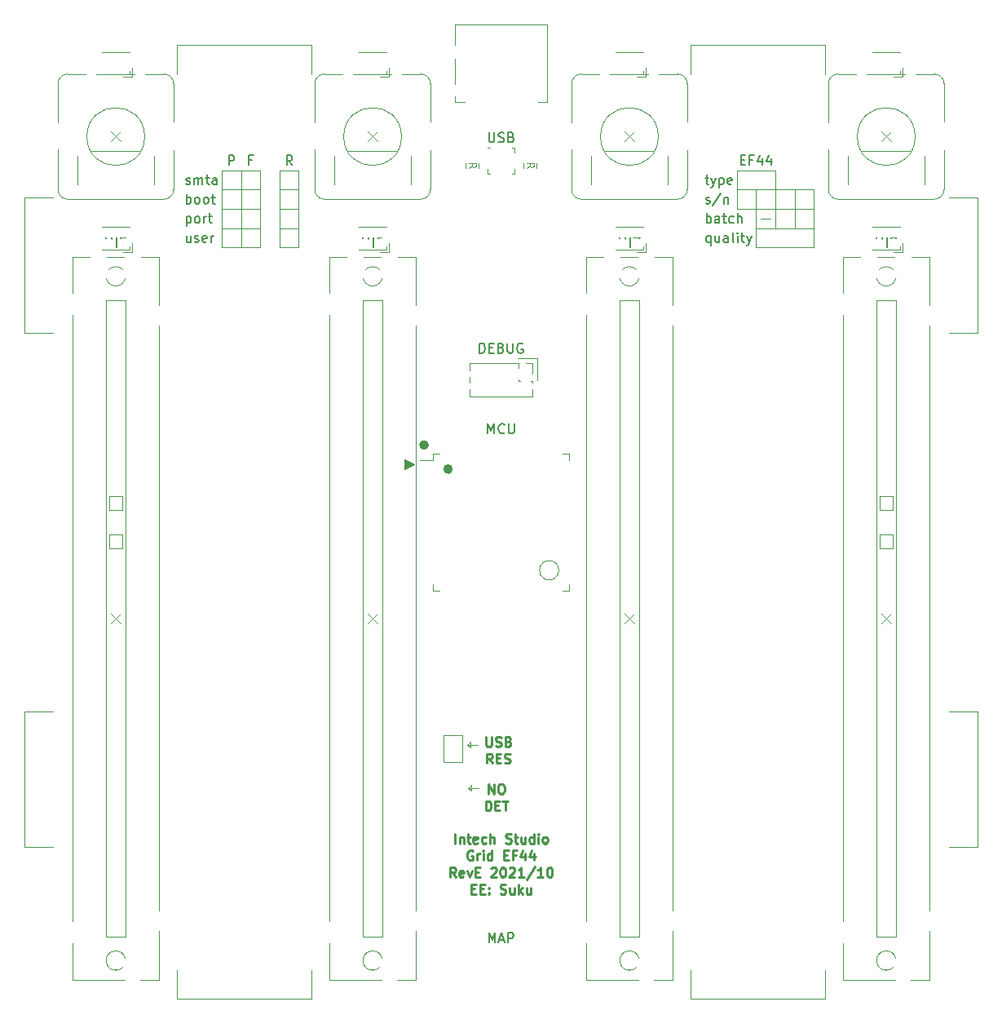
<source format=gbr>
G04 #@! TF.GenerationSoftware,KiCad,Pcbnew,5.1.9+dfsg1-1*
G04 #@! TF.CreationDate,2021-10-27T13:30:11+02:00*
G04 #@! TF.ProjectId,EF44,45463434-2e6b-4696-9361-645f70636258,rev?*
G04 #@! TF.SameCoordinates,Original*
G04 #@! TF.FileFunction,Legend,Top*
G04 #@! TF.FilePolarity,Positive*
%FSLAX46Y46*%
G04 Gerber Fmt 4.6, Leading zero omitted, Abs format (unit mm)*
G04 Created by KiCad (PCBNEW 5.1.9+dfsg1-1) date 2021-10-27 13:30:11*
%MOMM*%
%LPD*%
G01*
G04 APERTURE LIST*
%ADD10C,0.120000*%
%ADD11C,0.250000*%
%ADD12C,0.150000*%
%ADD13C,0.500000*%
%ADD14C,0.100000*%
%ADD15O,2.000000X3.000000*%
%ADD16O,1.000000X1.000000*%
%ADD17R,1.000000X1.000000*%
%ADD18R,1.450000X1.450000*%
%ADD19C,0.650000*%
%ADD20O,0.800000X2.000000*%
%ADD21O,0.800000X1.900000*%
%ADD22R,2.500000X2.500000*%
%ADD23R,1.700000X1.200000*%
%ADD24R,0.700000X1.400000*%
%ADD25O,2.000000X0.800000*%
%ADD26O,1.500000X2.000000*%
%ADD27O,3.200000X2.800000*%
G04 APERTURE END LIST*
D10*
X71000000Y-71500000D02*
X75000000Y-71500000D01*
X103750000Y-83000000D02*
X103750000Y-85250000D01*
X101750000Y-83000000D02*
X103750000Y-83000000D01*
X97700000Y-127600000D02*
X96600000Y-127600000D01*
X96900000Y-127900000D02*
X96600000Y-127600000D01*
X96900000Y-127300000D02*
X96900000Y-127900000D01*
X96600000Y-127600000D02*
X96900000Y-127300000D01*
X96800000Y-123400000D02*
X96500000Y-123100000D01*
X96800000Y-122800000D02*
X96800000Y-123400000D01*
X96500000Y-123100000D02*
X96800000Y-122800000D01*
X97600000Y-123100000D02*
X96500000Y-123100000D01*
D11*
X98438095Y-122277380D02*
X98438095Y-123086904D01*
X98485714Y-123182142D01*
X98533333Y-123229761D01*
X98628571Y-123277380D01*
X98819047Y-123277380D01*
X98914285Y-123229761D01*
X98961904Y-123182142D01*
X99009523Y-123086904D01*
X99009523Y-122277380D01*
X99438095Y-123229761D02*
X99580952Y-123277380D01*
X99819047Y-123277380D01*
X99914285Y-123229761D01*
X99961904Y-123182142D01*
X100009523Y-123086904D01*
X100009523Y-122991666D01*
X99961904Y-122896428D01*
X99914285Y-122848809D01*
X99819047Y-122801190D01*
X99628571Y-122753571D01*
X99533333Y-122705952D01*
X99485714Y-122658333D01*
X99438095Y-122563095D01*
X99438095Y-122467857D01*
X99485714Y-122372619D01*
X99533333Y-122325000D01*
X99628571Y-122277380D01*
X99866666Y-122277380D01*
X100009523Y-122325000D01*
X100771428Y-122753571D02*
X100914285Y-122801190D01*
X100961904Y-122848809D01*
X101009523Y-122944047D01*
X101009523Y-123086904D01*
X100961904Y-123182142D01*
X100914285Y-123229761D01*
X100819047Y-123277380D01*
X100438095Y-123277380D01*
X100438095Y-122277380D01*
X100771428Y-122277380D01*
X100866666Y-122325000D01*
X100914285Y-122372619D01*
X100961904Y-122467857D01*
X100961904Y-122563095D01*
X100914285Y-122658333D01*
X100866666Y-122705952D01*
X100771428Y-122753571D01*
X100438095Y-122753571D01*
X99080952Y-125027380D02*
X98747619Y-124551190D01*
X98509523Y-125027380D02*
X98509523Y-124027380D01*
X98890476Y-124027380D01*
X98985714Y-124075000D01*
X99033333Y-124122619D01*
X99080952Y-124217857D01*
X99080952Y-124360714D01*
X99033333Y-124455952D01*
X98985714Y-124503571D01*
X98890476Y-124551190D01*
X98509523Y-124551190D01*
X99509523Y-124503571D02*
X99842857Y-124503571D01*
X99985714Y-125027380D02*
X99509523Y-125027380D01*
X99509523Y-124027380D01*
X99985714Y-124027380D01*
X100366666Y-124979761D02*
X100509523Y-125027380D01*
X100747619Y-125027380D01*
X100842857Y-124979761D01*
X100890476Y-124932142D01*
X100938095Y-124836904D01*
X100938095Y-124741666D01*
X100890476Y-124646428D01*
X100842857Y-124598809D01*
X100747619Y-124551190D01*
X100557142Y-124503571D01*
X100461904Y-124455952D01*
X100414285Y-124408333D01*
X100366666Y-124313095D01*
X100366666Y-124217857D01*
X100414285Y-124122619D01*
X100461904Y-124075000D01*
X100557142Y-124027380D01*
X100795238Y-124027380D01*
X100938095Y-124075000D01*
X98690476Y-128177380D02*
X98690476Y-127177380D01*
X99261904Y-128177380D01*
X99261904Y-127177380D01*
X99928571Y-127177380D02*
X100119047Y-127177380D01*
X100214285Y-127225000D01*
X100309523Y-127320238D01*
X100357142Y-127510714D01*
X100357142Y-127844047D01*
X100309523Y-128034523D01*
X100214285Y-128129761D01*
X100119047Y-128177380D01*
X99928571Y-128177380D01*
X99833333Y-128129761D01*
X99738095Y-128034523D01*
X99690476Y-127844047D01*
X99690476Y-127510714D01*
X99738095Y-127320238D01*
X99833333Y-127225000D01*
X99928571Y-127177380D01*
X98404761Y-129927380D02*
X98404761Y-128927380D01*
X98642857Y-128927380D01*
X98785714Y-128975000D01*
X98880952Y-129070238D01*
X98928571Y-129165476D01*
X98976190Y-129355952D01*
X98976190Y-129498809D01*
X98928571Y-129689285D01*
X98880952Y-129784523D01*
X98785714Y-129879761D01*
X98642857Y-129927380D01*
X98404761Y-129927380D01*
X99404761Y-129403571D02*
X99738095Y-129403571D01*
X99880952Y-129927380D02*
X99404761Y-129927380D01*
X99404761Y-128927380D01*
X99880952Y-128927380D01*
X100166666Y-128927380D02*
X100738095Y-128927380D01*
X100452380Y-129927380D02*
X100452380Y-128927380D01*
D12*
X67287976Y-64904761D02*
X67383214Y-64952380D01*
X67573690Y-64952380D01*
X67668928Y-64904761D01*
X67716547Y-64809523D01*
X67716547Y-64761904D01*
X67668928Y-64666666D01*
X67573690Y-64619047D01*
X67430833Y-64619047D01*
X67335595Y-64571428D01*
X67287976Y-64476190D01*
X67287976Y-64428571D01*
X67335595Y-64333333D01*
X67430833Y-64285714D01*
X67573690Y-64285714D01*
X67668928Y-64333333D01*
X68145119Y-64952380D02*
X68145119Y-64285714D01*
X68145119Y-64380952D02*
X68192738Y-64333333D01*
X68287976Y-64285714D01*
X68430833Y-64285714D01*
X68526071Y-64333333D01*
X68573690Y-64428571D01*
X68573690Y-64952380D01*
X68573690Y-64428571D02*
X68621309Y-64333333D01*
X68716547Y-64285714D01*
X68859404Y-64285714D01*
X68954642Y-64333333D01*
X69002261Y-64428571D01*
X69002261Y-64952380D01*
X69335595Y-64285714D02*
X69716547Y-64285714D01*
X69478452Y-63952380D02*
X69478452Y-64809523D01*
X69526071Y-64904761D01*
X69621309Y-64952380D01*
X69716547Y-64952380D01*
X70478452Y-64952380D02*
X70478452Y-64428571D01*
X70430833Y-64333333D01*
X70335595Y-64285714D01*
X70145119Y-64285714D01*
X70049880Y-64333333D01*
X70478452Y-64904761D02*
X70383214Y-64952380D01*
X70145119Y-64952380D01*
X70049880Y-64904761D01*
X70002261Y-64809523D01*
X70002261Y-64714285D01*
X70049880Y-64619047D01*
X70145119Y-64571428D01*
X70383214Y-64571428D01*
X70478452Y-64523809D01*
X67764166Y-70285714D02*
X67764166Y-70952380D01*
X67335595Y-70285714D02*
X67335595Y-70809523D01*
X67383214Y-70904761D01*
X67478452Y-70952380D01*
X67621309Y-70952380D01*
X67716547Y-70904761D01*
X67764166Y-70857142D01*
X68192738Y-70904761D02*
X68287976Y-70952380D01*
X68478452Y-70952380D01*
X68573690Y-70904761D01*
X68621309Y-70809523D01*
X68621309Y-70761904D01*
X68573690Y-70666666D01*
X68478452Y-70619047D01*
X68335595Y-70619047D01*
X68240357Y-70571428D01*
X68192738Y-70476190D01*
X68192738Y-70428571D01*
X68240357Y-70333333D01*
X68335595Y-70285714D01*
X68478452Y-70285714D01*
X68573690Y-70333333D01*
X69430833Y-70904761D02*
X69335595Y-70952380D01*
X69145119Y-70952380D01*
X69049880Y-70904761D01*
X69002261Y-70809523D01*
X69002261Y-70428571D01*
X69049880Y-70333333D01*
X69145119Y-70285714D01*
X69335595Y-70285714D01*
X69430833Y-70333333D01*
X69478452Y-70428571D01*
X69478452Y-70523809D01*
X69002261Y-70619047D01*
X69907023Y-70952380D02*
X69907023Y-70285714D01*
X69907023Y-70476190D02*
X69954642Y-70380952D01*
X70002261Y-70333333D01*
X70097500Y-70285714D01*
X70192738Y-70285714D01*
X67335595Y-68285714D02*
X67335595Y-69285714D01*
X67335595Y-68333333D02*
X67430833Y-68285714D01*
X67621309Y-68285714D01*
X67716547Y-68333333D01*
X67764166Y-68380952D01*
X67811785Y-68476190D01*
X67811785Y-68761904D01*
X67764166Y-68857142D01*
X67716547Y-68904761D01*
X67621309Y-68952380D01*
X67430833Y-68952380D01*
X67335595Y-68904761D01*
X68383214Y-68952380D02*
X68287976Y-68904761D01*
X68240357Y-68857142D01*
X68192738Y-68761904D01*
X68192738Y-68476190D01*
X68240357Y-68380952D01*
X68287976Y-68333333D01*
X68383214Y-68285714D01*
X68526071Y-68285714D01*
X68621309Y-68333333D01*
X68668928Y-68380952D01*
X68716547Y-68476190D01*
X68716547Y-68761904D01*
X68668928Y-68857142D01*
X68621309Y-68904761D01*
X68526071Y-68952380D01*
X68383214Y-68952380D01*
X69145119Y-68952380D02*
X69145119Y-68285714D01*
X69145119Y-68476190D02*
X69192738Y-68380952D01*
X69240357Y-68333333D01*
X69335595Y-68285714D01*
X69430833Y-68285714D01*
X69621309Y-68285714D02*
X70002261Y-68285714D01*
X69764166Y-67952380D02*
X69764166Y-68809523D01*
X69811785Y-68904761D01*
X69907023Y-68952380D01*
X70002261Y-68952380D01*
X74142857Y-62428571D02*
X73809523Y-62428571D01*
X73809523Y-62952380D02*
X73809523Y-61952380D01*
X74285714Y-61952380D01*
X78309523Y-62952380D02*
X77976190Y-62476190D01*
X77738095Y-62952380D02*
X77738095Y-61952380D01*
X78119047Y-61952380D01*
X78214285Y-62000000D01*
X78261904Y-62047619D01*
X78309523Y-62142857D01*
X78309523Y-62285714D01*
X78261904Y-62380952D01*
X78214285Y-62428571D01*
X78119047Y-62476190D01*
X77738095Y-62476190D01*
X71738095Y-62952380D02*
X71738095Y-61952380D01*
X72119047Y-61952380D01*
X72214285Y-62000000D01*
X72261904Y-62047619D01*
X72309523Y-62142857D01*
X72309523Y-62285714D01*
X72261904Y-62380952D01*
X72214285Y-62428571D01*
X72119047Y-62476190D01*
X71738095Y-62476190D01*
X67335595Y-66952380D02*
X67335595Y-65952380D01*
X67335595Y-66333333D02*
X67430833Y-66285714D01*
X67621309Y-66285714D01*
X67716547Y-66333333D01*
X67764166Y-66380952D01*
X67811785Y-66476190D01*
X67811785Y-66761904D01*
X67764166Y-66857142D01*
X67716547Y-66904761D01*
X67621309Y-66952380D01*
X67430833Y-66952380D01*
X67335595Y-66904761D01*
X68383214Y-66952380D02*
X68287976Y-66904761D01*
X68240357Y-66857142D01*
X68192738Y-66761904D01*
X68192738Y-66476190D01*
X68240357Y-66380952D01*
X68287976Y-66333333D01*
X68383214Y-66285714D01*
X68526071Y-66285714D01*
X68621309Y-66333333D01*
X68668928Y-66380952D01*
X68716547Y-66476190D01*
X68716547Y-66761904D01*
X68668928Y-66857142D01*
X68621309Y-66904761D01*
X68526071Y-66952380D01*
X68383214Y-66952380D01*
X69287976Y-66952380D02*
X69192738Y-66904761D01*
X69145119Y-66857142D01*
X69097500Y-66761904D01*
X69097500Y-66476190D01*
X69145119Y-66380952D01*
X69192738Y-66333333D01*
X69287976Y-66285714D01*
X69430833Y-66285714D01*
X69526071Y-66333333D01*
X69573690Y-66380952D01*
X69621309Y-66476190D01*
X69621309Y-66761904D01*
X69573690Y-66857142D01*
X69526071Y-66904761D01*
X69430833Y-66952380D01*
X69287976Y-66952380D01*
X69907023Y-66285714D02*
X70287976Y-66285714D01*
X70049880Y-65952380D02*
X70049880Y-66809523D01*
X70097500Y-66904761D01*
X70192738Y-66952380D01*
X70287976Y-66952380D01*
X121287976Y-66904761D02*
X121383214Y-66952380D01*
X121573690Y-66952380D01*
X121668928Y-66904761D01*
X121716547Y-66809523D01*
X121716547Y-66761904D01*
X121668928Y-66666666D01*
X121573690Y-66619047D01*
X121430833Y-66619047D01*
X121335595Y-66571428D01*
X121287976Y-66476190D01*
X121287976Y-66428571D01*
X121335595Y-66333333D01*
X121430833Y-66285714D01*
X121573690Y-66285714D01*
X121668928Y-66333333D01*
X122859404Y-65904761D02*
X122002261Y-67190476D01*
X123192738Y-66285714D02*
X123192738Y-66952380D01*
X123192738Y-66380952D02*
X123240357Y-66333333D01*
X123335595Y-66285714D01*
X123478452Y-66285714D01*
X123573690Y-66333333D01*
X123621309Y-66428571D01*
X123621309Y-66952380D01*
X121192738Y-64285714D02*
X121573690Y-64285714D01*
X121335595Y-63952380D02*
X121335595Y-64809523D01*
X121383214Y-64904761D01*
X121478452Y-64952380D01*
X121573690Y-64952380D01*
X121811785Y-64285714D02*
X122049880Y-64952380D01*
X122287976Y-64285714D02*
X122049880Y-64952380D01*
X121954642Y-65190476D01*
X121907023Y-65238095D01*
X121811785Y-65285714D01*
X122668928Y-64285714D02*
X122668928Y-65285714D01*
X122668928Y-64333333D02*
X122764166Y-64285714D01*
X122954642Y-64285714D01*
X123049880Y-64333333D01*
X123097500Y-64380952D01*
X123145119Y-64476190D01*
X123145119Y-64761904D01*
X123097500Y-64857142D01*
X123049880Y-64904761D01*
X122954642Y-64952380D01*
X122764166Y-64952380D01*
X122668928Y-64904761D01*
X123954642Y-64904761D02*
X123859404Y-64952380D01*
X123668928Y-64952380D01*
X123573690Y-64904761D01*
X123526071Y-64809523D01*
X123526071Y-64428571D01*
X123573690Y-64333333D01*
X123668928Y-64285714D01*
X123859404Y-64285714D01*
X123954642Y-64333333D01*
X124002261Y-64428571D01*
X124002261Y-64523809D01*
X123526071Y-64619047D01*
X124904761Y-62428571D02*
X125238095Y-62428571D01*
X125380952Y-62952380D02*
X124904761Y-62952380D01*
X124904761Y-61952380D01*
X125380952Y-61952380D01*
X126142857Y-62428571D02*
X125809523Y-62428571D01*
X125809523Y-62952380D02*
X125809523Y-61952380D01*
X126285714Y-61952380D01*
X127095238Y-62285714D02*
X127095238Y-62952380D01*
X126857142Y-61904761D02*
X126619047Y-62619047D01*
X127238095Y-62619047D01*
X128047619Y-62285714D02*
X128047619Y-62952380D01*
X127809523Y-61904761D02*
X127571428Y-62619047D01*
X128190476Y-62619047D01*
X121335595Y-68952380D02*
X121335595Y-67952380D01*
X121335595Y-68333333D02*
X121430833Y-68285714D01*
X121621309Y-68285714D01*
X121716547Y-68333333D01*
X121764166Y-68380952D01*
X121811785Y-68476190D01*
X121811785Y-68761904D01*
X121764166Y-68857142D01*
X121716547Y-68904761D01*
X121621309Y-68952380D01*
X121430833Y-68952380D01*
X121335595Y-68904761D01*
X122668928Y-68952380D02*
X122668928Y-68428571D01*
X122621309Y-68333333D01*
X122526071Y-68285714D01*
X122335595Y-68285714D01*
X122240357Y-68333333D01*
X122668928Y-68904761D02*
X122573690Y-68952380D01*
X122335595Y-68952380D01*
X122240357Y-68904761D01*
X122192738Y-68809523D01*
X122192738Y-68714285D01*
X122240357Y-68619047D01*
X122335595Y-68571428D01*
X122573690Y-68571428D01*
X122668928Y-68523809D01*
X123002261Y-68285714D02*
X123383214Y-68285714D01*
X123145119Y-67952380D02*
X123145119Y-68809523D01*
X123192738Y-68904761D01*
X123287976Y-68952380D01*
X123383214Y-68952380D01*
X124145119Y-68904761D02*
X124049880Y-68952380D01*
X123859404Y-68952380D01*
X123764166Y-68904761D01*
X123716547Y-68857142D01*
X123668928Y-68761904D01*
X123668928Y-68476190D01*
X123716547Y-68380952D01*
X123764166Y-68333333D01*
X123859404Y-68285714D01*
X124049880Y-68285714D01*
X124145119Y-68333333D01*
X124573690Y-68952380D02*
X124573690Y-67952380D01*
X125002261Y-68952380D02*
X125002261Y-68428571D01*
X124954642Y-68333333D01*
X124859404Y-68285714D01*
X124716547Y-68285714D01*
X124621309Y-68333333D01*
X124573690Y-68380952D01*
X121764166Y-70285714D02*
X121764166Y-71285714D01*
X121764166Y-70904761D02*
X121668928Y-70952380D01*
X121478452Y-70952380D01*
X121383214Y-70904761D01*
X121335595Y-70857142D01*
X121287976Y-70761904D01*
X121287976Y-70476190D01*
X121335595Y-70380952D01*
X121383214Y-70333333D01*
X121478452Y-70285714D01*
X121668928Y-70285714D01*
X121764166Y-70333333D01*
X122668928Y-70285714D02*
X122668928Y-70952380D01*
X122240357Y-70285714D02*
X122240357Y-70809523D01*
X122287976Y-70904761D01*
X122383214Y-70952380D01*
X122526071Y-70952380D01*
X122621309Y-70904761D01*
X122668928Y-70857142D01*
X123573690Y-70952380D02*
X123573690Y-70428571D01*
X123526071Y-70333333D01*
X123430833Y-70285714D01*
X123240357Y-70285714D01*
X123145119Y-70333333D01*
X123573690Y-70904761D02*
X123478452Y-70952380D01*
X123240357Y-70952380D01*
X123145119Y-70904761D01*
X123097500Y-70809523D01*
X123097500Y-70714285D01*
X123145119Y-70619047D01*
X123240357Y-70571428D01*
X123478452Y-70571428D01*
X123573690Y-70523809D01*
X124192738Y-70952380D02*
X124097500Y-70904761D01*
X124049880Y-70809523D01*
X124049880Y-69952380D01*
X124573690Y-70952380D02*
X124573690Y-70285714D01*
X124573690Y-69952380D02*
X124526071Y-70000000D01*
X124573690Y-70047619D01*
X124621309Y-70000000D01*
X124573690Y-69952380D01*
X124573690Y-70047619D01*
X124907023Y-70285714D02*
X125287976Y-70285714D01*
X125049880Y-69952380D02*
X125049880Y-70809523D01*
X125097500Y-70904761D01*
X125192738Y-70952380D01*
X125287976Y-70952380D01*
X125526071Y-70285714D02*
X125764166Y-70952380D01*
X126002261Y-70285714D02*
X125764166Y-70952380D01*
X125668928Y-71190476D01*
X125621309Y-71238095D01*
X125526071Y-71285714D01*
D10*
X71000000Y-63500000D02*
X71000000Y-65500000D01*
X71000000Y-67500000D02*
X73000000Y-67500000D01*
X73000000Y-65500000D02*
X73000000Y-63500000D01*
X73000000Y-63500000D02*
X71000000Y-63500000D01*
X75000000Y-63500000D02*
X73000000Y-63500000D01*
X73000000Y-63500000D02*
X73000000Y-65500000D01*
X73000000Y-67500000D02*
X75000000Y-67500000D01*
X75000000Y-65500000D02*
X75000000Y-63500000D01*
X79000000Y-63500000D02*
X77000000Y-63500000D01*
X77000000Y-63500000D02*
X77000000Y-65500000D01*
X79000000Y-65500000D02*
X79000000Y-63500000D01*
X75000000Y-67500000D02*
X75000000Y-69500000D01*
X75000000Y-69500000D02*
X75000000Y-67500000D01*
X73000000Y-69500000D02*
X75000000Y-69500000D01*
X73000000Y-67500000D02*
X73000000Y-69500000D01*
X73000000Y-67500000D02*
X71000000Y-67500000D01*
X71000000Y-67500000D02*
X71000000Y-69500000D01*
X71000000Y-69500000D02*
X73000000Y-69500000D01*
X73000000Y-69500000D02*
X73000000Y-67500000D01*
X75000000Y-67500000D02*
X73000000Y-67500000D01*
X75000000Y-69500000D02*
X75000000Y-71500000D01*
X75000000Y-71500000D02*
X75000000Y-69500000D01*
X73000000Y-69500000D02*
X73000000Y-71500000D01*
X73000000Y-69500000D02*
X71000000Y-69500000D01*
X71000000Y-69500000D02*
X71000000Y-71500000D01*
X73000000Y-71500000D02*
X73000000Y-69500000D01*
X75000000Y-69500000D02*
X73000000Y-69500000D01*
X73000000Y-65500000D02*
X73000000Y-67500000D01*
X73000000Y-67500000D02*
X75000000Y-67500000D01*
X75000000Y-67500000D02*
X73000000Y-67500000D01*
X73000000Y-67500000D02*
X71000000Y-67500000D01*
X75000000Y-65500000D02*
X73000000Y-65500000D01*
X73000000Y-67500000D02*
X73000000Y-65500000D01*
X71000000Y-67500000D02*
X73000000Y-67500000D01*
X71000000Y-65500000D02*
X71000000Y-67500000D01*
X73000000Y-65500000D02*
X71000000Y-65500000D01*
X75000000Y-67500000D02*
X75000000Y-65500000D01*
X75000000Y-65500000D02*
X75000000Y-67500000D01*
X77000000Y-65500000D02*
X79000000Y-65500000D01*
X73000000Y-65500000D02*
X75000000Y-65500000D01*
X71000000Y-65500000D02*
X73000000Y-65500000D01*
X124500000Y-65500000D02*
X124500000Y-63500000D01*
X124500000Y-63500000D02*
X128500000Y-63500000D01*
X128500000Y-63500000D02*
X128500000Y-65500000D01*
X126500000Y-65500000D02*
X124500000Y-65500000D01*
X128500000Y-65500000D02*
X126500000Y-65500000D01*
X128500000Y-69500000D02*
X130500000Y-69500000D01*
X128500000Y-67500000D02*
X128500000Y-69500000D01*
X130500000Y-69500000D02*
X130500000Y-67500000D01*
X127000000Y-68500000D02*
X128000000Y-68500000D01*
X128500000Y-69500000D02*
X126500000Y-69500000D01*
X128500000Y-67500000D02*
X128500000Y-69500000D01*
X128500000Y-69500000D02*
X128500000Y-67500000D01*
X130500000Y-69500000D02*
X128500000Y-69500000D01*
X130500000Y-67500000D02*
X130500000Y-69500000D01*
X126500000Y-69500000D02*
X128500000Y-69500000D01*
X126500000Y-67500000D02*
X126500000Y-69500000D01*
X130500000Y-67500000D02*
X132500000Y-67500000D01*
X130500000Y-65500000D02*
X132500000Y-65500000D01*
X130500000Y-65500000D02*
X130500000Y-67500000D01*
X132500000Y-67500000D02*
X132500000Y-65500000D01*
X132500000Y-67500000D02*
X130500000Y-67500000D01*
X130500000Y-67500000D02*
X130500000Y-65500000D01*
X132500000Y-65500000D02*
X130500000Y-65500000D01*
X132500000Y-67500000D02*
X132500000Y-69500000D01*
X132500000Y-69500000D02*
X130500000Y-69500000D01*
X128500000Y-67500000D02*
X126500000Y-67500000D01*
X132500000Y-69500000D02*
X132500000Y-67500000D01*
X130500000Y-69500000D02*
X132500000Y-69500000D01*
X126500000Y-67500000D02*
X124500000Y-67500000D01*
X130500000Y-67500000D02*
X128500000Y-67500000D01*
X130500000Y-67500000D02*
X130500000Y-65500000D01*
X128500000Y-67500000D02*
X130500000Y-67500000D01*
X128500000Y-65500000D02*
X128500000Y-67500000D01*
X130500000Y-65500000D02*
X128500000Y-65500000D01*
X128500000Y-67500000D02*
X128500000Y-65500000D01*
X126500000Y-67500000D02*
X128500000Y-67500000D01*
X130500000Y-67500000D02*
X130500000Y-69500000D01*
X126500000Y-65500000D02*
X126500000Y-67500000D01*
X124500000Y-65500000D02*
X124500000Y-67500000D01*
X124500000Y-67500000D02*
X126500000Y-67500000D01*
X126500000Y-67500000D02*
X126500000Y-65500000D01*
X128500000Y-65500000D02*
X126500000Y-65500000D01*
X126500000Y-65500000D02*
X124500000Y-65500000D01*
X128500000Y-71500000D02*
X126500000Y-71500000D01*
X130500000Y-71500000D02*
X128500000Y-71500000D01*
X132500000Y-71500000D02*
X128500000Y-71500000D01*
X77000000Y-71500000D02*
X79000000Y-71500000D01*
X132500000Y-69500000D02*
X132500000Y-71500000D01*
X126500000Y-69500000D02*
X130500000Y-69500000D01*
X126500000Y-71500000D02*
X126500000Y-69500000D01*
X79000000Y-67500000D02*
X79000000Y-65500000D01*
X77000000Y-65500000D02*
X77000000Y-67500000D01*
X79000000Y-65500000D02*
X77000000Y-65500000D01*
X77000000Y-67500000D02*
X79000000Y-67500000D01*
X79000000Y-69500000D02*
X79000000Y-67500000D01*
X77000000Y-67500000D02*
X77000000Y-69500000D01*
X79000000Y-67500000D02*
X77000000Y-67500000D01*
X77000000Y-69500000D02*
X79000000Y-69500000D01*
X79000000Y-71500000D02*
X79000000Y-69500000D01*
X77000000Y-69500000D02*
X77000000Y-71500000D01*
X79000000Y-69500000D02*
X77000000Y-69500000D01*
X128500000Y-71500000D02*
X126500000Y-71500000D01*
D12*
X98738095Y-59574380D02*
X98738095Y-60383904D01*
X98785714Y-60479142D01*
X98833333Y-60526761D01*
X98928571Y-60574380D01*
X99119047Y-60574380D01*
X99214285Y-60526761D01*
X99261904Y-60479142D01*
X99309523Y-60383904D01*
X99309523Y-59574380D01*
X99738095Y-60526761D02*
X99880952Y-60574380D01*
X100119047Y-60574380D01*
X100214285Y-60526761D01*
X100261904Y-60479142D01*
X100309523Y-60383904D01*
X100309523Y-60288666D01*
X100261904Y-60193428D01*
X100214285Y-60145809D01*
X100119047Y-60098190D01*
X99928571Y-60050571D01*
X99833333Y-60002952D01*
X99785714Y-59955333D01*
X99738095Y-59860095D01*
X99738095Y-59764857D01*
X99785714Y-59669619D01*
X99833333Y-59622000D01*
X99928571Y-59574380D01*
X100166666Y-59574380D01*
X100309523Y-59622000D01*
X101071428Y-60050571D02*
X101214285Y-60098190D01*
X101261904Y-60145809D01*
X101309523Y-60241047D01*
X101309523Y-60383904D01*
X101261904Y-60479142D01*
X101214285Y-60526761D01*
X101119047Y-60574380D01*
X100738095Y-60574380D01*
X100738095Y-59574380D01*
X101071428Y-59574380D01*
X101166666Y-59622000D01*
X101214285Y-59669619D01*
X101261904Y-59764857D01*
X101261904Y-59860095D01*
X101214285Y-59955333D01*
X101166666Y-60002952D01*
X101071428Y-60050571D01*
X100738095Y-60050571D01*
X97761904Y-82452380D02*
X97761904Y-81452380D01*
X98000000Y-81452380D01*
X98142857Y-81500000D01*
X98238095Y-81595238D01*
X98285714Y-81690476D01*
X98333333Y-81880952D01*
X98333333Y-82023809D01*
X98285714Y-82214285D01*
X98238095Y-82309523D01*
X98142857Y-82404761D01*
X98000000Y-82452380D01*
X97761904Y-82452380D01*
X98761904Y-81928571D02*
X99095238Y-81928571D01*
X99238095Y-82452380D02*
X98761904Y-82452380D01*
X98761904Y-81452380D01*
X99238095Y-81452380D01*
X100000000Y-81928571D02*
X100142857Y-81976190D01*
X100190476Y-82023809D01*
X100238095Y-82119047D01*
X100238095Y-82261904D01*
X100190476Y-82357142D01*
X100142857Y-82404761D01*
X100047619Y-82452380D01*
X99666666Y-82452380D01*
X99666666Y-81452380D01*
X100000000Y-81452380D01*
X100095238Y-81500000D01*
X100142857Y-81547619D01*
X100190476Y-81642857D01*
X100190476Y-81738095D01*
X100142857Y-81833333D01*
X100095238Y-81880952D01*
X100000000Y-81928571D01*
X99666666Y-81928571D01*
X100666666Y-81452380D02*
X100666666Y-82261904D01*
X100714285Y-82357142D01*
X100761904Y-82404761D01*
X100857142Y-82452380D01*
X101047619Y-82452380D01*
X101142857Y-82404761D01*
X101190476Y-82357142D01*
X101238095Y-82261904D01*
X101238095Y-81452380D01*
X102238095Y-81500000D02*
X102142857Y-81452380D01*
X102000000Y-81452380D01*
X101857142Y-81500000D01*
X101761904Y-81595238D01*
X101714285Y-81690476D01*
X101666666Y-81880952D01*
X101666666Y-82023809D01*
X101714285Y-82214285D01*
X101761904Y-82309523D01*
X101857142Y-82404761D01*
X102000000Y-82452380D01*
X102095238Y-82452380D01*
X102238095Y-82404761D01*
X102285714Y-82357142D01*
X102285714Y-82023809D01*
X102095238Y-82023809D01*
X98738095Y-143632380D02*
X98738095Y-142632380D01*
X99071428Y-143346666D01*
X99404761Y-142632380D01*
X99404761Y-143632380D01*
X99833333Y-143346666D02*
X100309523Y-143346666D01*
X99738095Y-143632380D02*
X100071428Y-142632380D01*
X100404761Y-143632380D01*
X100738095Y-143632380D02*
X100738095Y-142632380D01*
X101119047Y-142632380D01*
X101214285Y-142680000D01*
X101261904Y-142727619D01*
X101309523Y-142822857D01*
X101309523Y-142965714D01*
X101261904Y-143060952D01*
X101214285Y-143108571D01*
X101119047Y-143156190D01*
X100738095Y-143156190D01*
X98642857Y-90800380D02*
X98642857Y-89800380D01*
X98976190Y-90514666D01*
X99309523Y-89800380D01*
X99309523Y-90800380D01*
X100357142Y-90705142D02*
X100309523Y-90752761D01*
X100166666Y-90800380D01*
X100071428Y-90800380D01*
X99928571Y-90752761D01*
X99833333Y-90657523D01*
X99785714Y-90562285D01*
X99738095Y-90371809D01*
X99738095Y-90228952D01*
X99785714Y-90038476D01*
X99833333Y-89943238D01*
X99928571Y-89848000D01*
X100071428Y-89800380D01*
X100166666Y-89800380D01*
X100309523Y-89848000D01*
X100357142Y-89895619D01*
X100785714Y-89800380D02*
X100785714Y-90609904D01*
X100833333Y-90705142D01*
X100880952Y-90752761D01*
X100976190Y-90800380D01*
X101166666Y-90800380D01*
X101261904Y-90752761D01*
X101309523Y-90705142D01*
X101357142Y-90609904D01*
X101357142Y-89800380D01*
D11*
X95214285Y-133327380D02*
X95214285Y-132327380D01*
X95690476Y-132660714D02*
X95690476Y-133327380D01*
X95690476Y-132755952D02*
X95738095Y-132708333D01*
X95833333Y-132660714D01*
X95976190Y-132660714D01*
X96071428Y-132708333D01*
X96119047Y-132803571D01*
X96119047Y-133327380D01*
X96452380Y-132660714D02*
X96833333Y-132660714D01*
X96595238Y-132327380D02*
X96595238Y-133184523D01*
X96642857Y-133279761D01*
X96738095Y-133327380D01*
X96833333Y-133327380D01*
X97547619Y-133279761D02*
X97452380Y-133327380D01*
X97261904Y-133327380D01*
X97166666Y-133279761D01*
X97119047Y-133184523D01*
X97119047Y-132803571D01*
X97166666Y-132708333D01*
X97261904Y-132660714D01*
X97452380Y-132660714D01*
X97547619Y-132708333D01*
X97595238Y-132803571D01*
X97595238Y-132898809D01*
X97119047Y-132994047D01*
X98452380Y-133279761D02*
X98357142Y-133327380D01*
X98166666Y-133327380D01*
X98071428Y-133279761D01*
X98023809Y-133232142D01*
X97976190Y-133136904D01*
X97976190Y-132851190D01*
X98023809Y-132755952D01*
X98071428Y-132708333D01*
X98166666Y-132660714D01*
X98357142Y-132660714D01*
X98452380Y-132708333D01*
X98880952Y-133327380D02*
X98880952Y-132327380D01*
X99309523Y-133327380D02*
X99309523Y-132803571D01*
X99261904Y-132708333D01*
X99166666Y-132660714D01*
X99023809Y-132660714D01*
X98928571Y-132708333D01*
X98880952Y-132755952D01*
X100500000Y-133279761D02*
X100642857Y-133327380D01*
X100880952Y-133327380D01*
X100976190Y-133279761D01*
X101023809Y-133232142D01*
X101071428Y-133136904D01*
X101071428Y-133041666D01*
X101023809Y-132946428D01*
X100976190Y-132898809D01*
X100880952Y-132851190D01*
X100690476Y-132803571D01*
X100595238Y-132755952D01*
X100547619Y-132708333D01*
X100500000Y-132613095D01*
X100500000Y-132517857D01*
X100547619Y-132422619D01*
X100595238Y-132375000D01*
X100690476Y-132327380D01*
X100928571Y-132327380D01*
X101071428Y-132375000D01*
X101357142Y-132660714D02*
X101738095Y-132660714D01*
X101500000Y-132327380D02*
X101500000Y-133184523D01*
X101547619Y-133279761D01*
X101642857Y-133327380D01*
X101738095Y-133327380D01*
X102500000Y-132660714D02*
X102500000Y-133327380D01*
X102071428Y-132660714D02*
X102071428Y-133184523D01*
X102119047Y-133279761D01*
X102214285Y-133327380D01*
X102357142Y-133327380D01*
X102452380Y-133279761D01*
X102500000Y-133232142D01*
X103404761Y-133327380D02*
X103404761Y-132327380D01*
X103404761Y-133279761D02*
X103309523Y-133327380D01*
X103119047Y-133327380D01*
X103023809Y-133279761D01*
X102976190Y-133232142D01*
X102928571Y-133136904D01*
X102928571Y-132851190D01*
X102976190Y-132755952D01*
X103023809Y-132708333D01*
X103119047Y-132660714D01*
X103309523Y-132660714D01*
X103404761Y-132708333D01*
X103880952Y-133327380D02*
X103880952Y-132660714D01*
X103880952Y-132327380D02*
X103833333Y-132375000D01*
X103880952Y-132422619D01*
X103928571Y-132375000D01*
X103880952Y-132327380D01*
X103880952Y-132422619D01*
X104500000Y-133327380D02*
X104404761Y-133279761D01*
X104357142Y-133232142D01*
X104309523Y-133136904D01*
X104309523Y-132851190D01*
X104357142Y-132755952D01*
X104404761Y-132708333D01*
X104500000Y-132660714D01*
X104642857Y-132660714D01*
X104738095Y-132708333D01*
X104785714Y-132755952D01*
X104833333Y-132851190D01*
X104833333Y-133136904D01*
X104785714Y-133232142D01*
X104738095Y-133279761D01*
X104642857Y-133327380D01*
X104500000Y-133327380D01*
X97047619Y-134125000D02*
X96952380Y-134077380D01*
X96809523Y-134077380D01*
X96666666Y-134125000D01*
X96571428Y-134220238D01*
X96523809Y-134315476D01*
X96476190Y-134505952D01*
X96476190Y-134648809D01*
X96523809Y-134839285D01*
X96571428Y-134934523D01*
X96666666Y-135029761D01*
X96809523Y-135077380D01*
X96904761Y-135077380D01*
X97047619Y-135029761D01*
X97095238Y-134982142D01*
X97095238Y-134648809D01*
X96904761Y-134648809D01*
X97523809Y-135077380D02*
X97523809Y-134410714D01*
X97523809Y-134601190D02*
X97571428Y-134505952D01*
X97619047Y-134458333D01*
X97714285Y-134410714D01*
X97809523Y-134410714D01*
X98142857Y-135077380D02*
X98142857Y-134410714D01*
X98142857Y-134077380D02*
X98095238Y-134125000D01*
X98142857Y-134172619D01*
X98190476Y-134125000D01*
X98142857Y-134077380D01*
X98142857Y-134172619D01*
X99047619Y-135077380D02*
X99047619Y-134077380D01*
X99047619Y-135029761D02*
X98952380Y-135077380D01*
X98761904Y-135077380D01*
X98666666Y-135029761D01*
X98619047Y-134982142D01*
X98571428Y-134886904D01*
X98571428Y-134601190D01*
X98619047Y-134505952D01*
X98666666Y-134458333D01*
X98761904Y-134410714D01*
X98952380Y-134410714D01*
X99047619Y-134458333D01*
X100285714Y-134553571D02*
X100619047Y-134553571D01*
X100761904Y-135077380D02*
X100285714Y-135077380D01*
X100285714Y-134077380D01*
X100761904Y-134077380D01*
X101523809Y-134553571D02*
X101190476Y-134553571D01*
X101190476Y-135077380D02*
X101190476Y-134077380D01*
X101666666Y-134077380D01*
X102476190Y-134410714D02*
X102476190Y-135077380D01*
X102238095Y-134029761D02*
X102000000Y-134744047D01*
X102619047Y-134744047D01*
X103428571Y-134410714D02*
X103428571Y-135077380D01*
X103190476Y-134029761D02*
X102952380Y-134744047D01*
X103571428Y-134744047D01*
X95285714Y-136827380D02*
X94952380Y-136351190D01*
X94714285Y-136827380D02*
X94714285Y-135827380D01*
X95095238Y-135827380D01*
X95190476Y-135875000D01*
X95238095Y-135922619D01*
X95285714Y-136017857D01*
X95285714Y-136160714D01*
X95238095Y-136255952D01*
X95190476Y-136303571D01*
X95095238Y-136351190D01*
X94714285Y-136351190D01*
X96095238Y-136779761D02*
X96000000Y-136827380D01*
X95809523Y-136827380D01*
X95714285Y-136779761D01*
X95666666Y-136684523D01*
X95666666Y-136303571D01*
X95714285Y-136208333D01*
X95809523Y-136160714D01*
X96000000Y-136160714D01*
X96095238Y-136208333D01*
X96142857Y-136303571D01*
X96142857Y-136398809D01*
X95666666Y-136494047D01*
X96476190Y-136160714D02*
X96714285Y-136827380D01*
X96952380Y-136160714D01*
X97333333Y-136303571D02*
X97666666Y-136303571D01*
X97809523Y-136827380D02*
X97333333Y-136827380D01*
X97333333Y-135827380D01*
X97809523Y-135827380D01*
X98952380Y-135922619D02*
X99000000Y-135875000D01*
X99095238Y-135827380D01*
X99333333Y-135827380D01*
X99428571Y-135875000D01*
X99476190Y-135922619D01*
X99523809Y-136017857D01*
X99523809Y-136113095D01*
X99476190Y-136255952D01*
X98904761Y-136827380D01*
X99523809Y-136827380D01*
X100142857Y-135827380D02*
X100238095Y-135827380D01*
X100333333Y-135875000D01*
X100380952Y-135922619D01*
X100428571Y-136017857D01*
X100476190Y-136208333D01*
X100476190Y-136446428D01*
X100428571Y-136636904D01*
X100380952Y-136732142D01*
X100333333Y-136779761D01*
X100238095Y-136827380D01*
X100142857Y-136827380D01*
X100047619Y-136779761D01*
X100000000Y-136732142D01*
X99952380Y-136636904D01*
X99904761Y-136446428D01*
X99904761Y-136208333D01*
X99952380Y-136017857D01*
X100000000Y-135922619D01*
X100047619Y-135875000D01*
X100142857Y-135827380D01*
X100857142Y-135922619D02*
X100904761Y-135875000D01*
X101000000Y-135827380D01*
X101238095Y-135827380D01*
X101333333Y-135875000D01*
X101380952Y-135922619D01*
X101428571Y-136017857D01*
X101428571Y-136113095D01*
X101380952Y-136255952D01*
X100809523Y-136827380D01*
X101428571Y-136827380D01*
X102380952Y-136827380D02*
X101809523Y-136827380D01*
X102095238Y-136827380D02*
X102095238Y-135827380D01*
X102000000Y-135970238D01*
X101904761Y-136065476D01*
X101809523Y-136113095D01*
X103523809Y-135779761D02*
X102666666Y-137065476D01*
X104380952Y-136827380D02*
X103809523Y-136827380D01*
X104095238Y-136827380D02*
X104095238Y-135827380D01*
X104000000Y-135970238D01*
X103904761Y-136065476D01*
X103809523Y-136113095D01*
X105000000Y-135827380D02*
X105095238Y-135827380D01*
X105190476Y-135875000D01*
X105238095Y-135922619D01*
X105285714Y-136017857D01*
X105333333Y-136208333D01*
X105333333Y-136446428D01*
X105285714Y-136636904D01*
X105238095Y-136732142D01*
X105190476Y-136779761D01*
X105095238Y-136827380D01*
X105000000Y-136827380D01*
X104904761Y-136779761D01*
X104857142Y-136732142D01*
X104809523Y-136636904D01*
X104761904Y-136446428D01*
X104761904Y-136208333D01*
X104809523Y-136017857D01*
X104857142Y-135922619D01*
X104904761Y-135875000D01*
X105000000Y-135827380D01*
X96928571Y-138053571D02*
X97261904Y-138053571D01*
X97404761Y-138577380D02*
X96928571Y-138577380D01*
X96928571Y-137577380D01*
X97404761Y-137577380D01*
X97833333Y-138053571D02*
X98166666Y-138053571D01*
X98309523Y-138577380D02*
X97833333Y-138577380D01*
X97833333Y-137577380D01*
X98309523Y-137577380D01*
X98738095Y-138482142D02*
X98785714Y-138529761D01*
X98738095Y-138577380D01*
X98690476Y-138529761D01*
X98738095Y-138482142D01*
X98738095Y-138577380D01*
X98738095Y-137958333D02*
X98785714Y-138005952D01*
X98738095Y-138053571D01*
X98690476Y-138005952D01*
X98738095Y-137958333D01*
X98738095Y-138053571D01*
X99928571Y-138529761D02*
X100071428Y-138577380D01*
X100309523Y-138577380D01*
X100404761Y-138529761D01*
X100452380Y-138482142D01*
X100500000Y-138386904D01*
X100500000Y-138291666D01*
X100452380Y-138196428D01*
X100404761Y-138148809D01*
X100309523Y-138101190D01*
X100119047Y-138053571D01*
X100023809Y-138005952D01*
X99976190Y-137958333D01*
X99928571Y-137863095D01*
X99928571Y-137767857D01*
X99976190Y-137672619D01*
X100023809Y-137625000D01*
X100119047Y-137577380D01*
X100357142Y-137577380D01*
X100500000Y-137625000D01*
X101357142Y-137910714D02*
X101357142Y-138577380D01*
X100928571Y-137910714D02*
X100928571Y-138434523D01*
X100976190Y-138529761D01*
X101071428Y-138577380D01*
X101214285Y-138577380D01*
X101309523Y-138529761D01*
X101357142Y-138482142D01*
X101833333Y-138577380D02*
X101833333Y-137577380D01*
X101928571Y-138196428D02*
X102214285Y-138577380D01*
X102214285Y-137910714D02*
X101833333Y-138291666D01*
X103071428Y-137910714D02*
X103071428Y-138577380D01*
X102642857Y-137910714D02*
X102642857Y-138434523D01*
X102690476Y-138529761D01*
X102785714Y-138577380D01*
X102928571Y-138577380D01*
X103023809Y-138529761D01*
X103071428Y-138482142D01*
D10*
X108835000Y-72500000D02*
X117835000Y-72500000D01*
X117835000Y-72500000D02*
X117835000Y-147500000D01*
X117835000Y-147500000D02*
X108835000Y-147500000D01*
X108835000Y-147500000D02*
X108835000Y-72500000D01*
X114335000Y-74500000D02*
G75*
G03*
X114335000Y-74500000I-1000000J0D01*
G01*
X114335000Y-145500000D02*
G75*
G03*
X114335000Y-145500000I-1000000J0D01*
G01*
X112835000Y-110500000D02*
X113835000Y-109500000D01*
X112835000Y-109500000D02*
X113835000Y-110500000D01*
X112335000Y-77000000D02*
X114335000Y-77000000D01*
X114335000Y-77000000D02*
X114335000Y-143000000D01*
X114335000Y-143000000D02*
X112335000Y-143000000D01*
X112335000Y-143000000D02*
X112335000Y-77000000D01*
X135505000Y-72500000D02*
X144505000Y-72500000D01*
X144505000Y-72500000D02*
X144505000Y-147500000D01*
X144505000Y-147500000D02*
X135505000Y-147500000D01*
X135505000Y-147500000D02*
X135505000Y-72500000D01*
X141005000Y-74500000D02*
G75*
G03*
X141005000Y-74500000I-1000000J0D01*
G01*
X141005000Y-145500000D02*
G75*
G03*
X141005000Y-145500000I-1000000J0D01*
G01*
X139505000Y-110500000D02*
X140505000Y-109500000D01*
X139505000Y-109500000D02*
X140505000Y-110500000D01*
X139005000Y-77000000D02*
X141005000Y-77000000D01*
X141005000Y-77000000D02*
X141005000Y-143000000D01*
X141005000Y-143000000D02*
X139005000Y-143000000D01*
X139005000Y-143000000D02*
X139005000Y-77000000D01*
X82165000Y-72500000D02*
X91165000Y-72500000D01*
X91165000Y-72500000D02*
X91165000Y-147500000D01*
X91165000Y-147500000D02*
X82165000Y-147500000D01*
X82165000Y-147500000D02*
X82165000Y-72500000D01*
X87665000Y-74500000D02*
G75*
G03*
X87665000Y-74500000I-1000000J0D01*
G01*
X87665000Y-145500000D02*
G75*
G03*
X87665000Y-145500000I-1000000J0D01*
G01*
X86165000Y-110500000D02*
X87165000Y-109500000D01*
X86165000Y-109500000D02*
X87165000Y-110500000D01*
X85665000Y-77000000D02*
X87665000Y-77000000D01*
X87665000Y-77000000D02*
X87665000Y-143000000D01*
X87665000Y-143000000D02*
X85665000Y-143000000D01*
X85665000Y-143000000D02*
X85665000Y-77000000D01*
X55495000Y-72500000D02*
X64495000Y-72500000D01*
X64495000Y-72500000D02*
X64495000Y-147500000D01*
X64495000Y-147500000D02*
X55495000Y-147500000D01*
X55495000Y-147500000D02*
X55495000Y-72500000D01*
X60995000Y-74500000D02*
G75*
G03*
X60995000Y-74500000I-1000000J0D01*
G01*
X60995000Y-145500000D02*
G75*
G03*
X60995000Y-145500000I-1000000J0D01*
G01*
X59495000Y-110500000D02*
X60495000Y-109500000D01*
X59495000Y-109500000D02*
X60495000Y-110500000D01*
X58995000Y-77000000D02*
X60995000Y-77000000D01*
X60995000Y-77000000D02*
X60995000Y-143000000D01*
X60995000Y-143000000D02*
X58995000Y-143000000D01*
X58995000Y-143000000D02*
X58995000Y-77000000D01*
X96765000Y-83470000D02*
X96765000Y-84292470D01*
X96765000Y-86177530D02*
X96765000Y-87000000D01*
X96765000Y-84907530D02*
X96765000Y-85562470D01*
X101780000Y-83470000D02*
X96765000Y-83470000D01*
X103235000Y-87000000D02*
X96765000Y-87000000D01*
X101780000Y-83470000D02*
X101780000Y-84036529D01*
X101780000Y-85163471D02*
X101780000Y-85306529D01*
X101833471Y-85360000D02*
X101976529Y-85360000D01*
X103103471Y-85360000D02*
X103235000Y-85360000D01*
X103235000Y-85360000D02*
X103235000Y-85562470D01*
X103235000Y-86177530D02*
X103235000Y-87000000D01*
X102540000Y-83470000D02*
X103300000Y-83470000D01*
X103300000Y-83470000D02*
X103300000Y-84600000D01*
X96000000Y-124900000D02*
X94000000Y-124900000D01*
X96000000Y-122100000D02*
X96000000Y-124900000D01*
X94000000Y-122100000D02*
X96000000Y-122100000D01*
X94000000Y-124900000D02*
X94000000Y-122100000D01*
X101135000Y-61140000D02*
X101360000Y-61140000D01*
X101360000Y-61140000D02*
X101360000Y-61615000D01*
X98865000Y-63860000D02*
X98640000Y-63860000D01*
X98640000Y-63860000D02*
X98640000Y-63385000D01*
X101135000Y-63860000D02*
X101360000Y-63860000D01*
X101360000Y-63860000D02*
X101360000Y-63385000D01*
X98865000Y-61140000D02*
X98640000Y-61140000D01*
X97710000Y-62741422D02*
X97710000Y-63258578D01*
X96290000Y-62741422D02*
X96290000Y-63258578D01*
X96669800Y-62796800D02*
X97406400Y-62796800D01*
X97406400Y-62796800D02*
X97406400Y-63076200D01*
X97000000Y-62796800D02*
X97000000Y-63025400D01*
X96669800Y-63228600D02*
X97000000Y-63000000D01*
X97406400Y-63025400D02*
G75*
G02*
X97000000Y-63025400I-203200J0D01*
G01*
X103710000Y-62741422D02*
X103710000Y-63258578D01*
X102290000Y-62741422D02*
X102290000Y-63258578D01*
X102669800Y-62796800D02*
X103406400Y-62796800D01*
X103406400Y-62796800D02*
X103406400Y-63076200D01*
X103000000Y-62796800D02*
X103000000Y-63025400D01*
X102669800Y-63228600D02*
X103000000Y-63000000D01*
X103406400Y-63025400D02*
G75*
G02*
X103000000Y-63025400I-203200J0D01*
G01*
X96190000Y-56370000D02*
X95250000Y-56370000D01*
X95250000Y-56370000D02*
X95250000Y-48400000D01*
X104750000Y-56370000D02*
X104750000Y-48400000D01*
X104750000Y-56370000D02*
X103810000Y-56370000D01*
X104750000Y-48400000D02*
X95250000Y-48400000D01*
X141455000Y-52925000D02*
X141455000Y-53525000D01*
X138555000Y-51225000D02*
X141455000Y-51225000D01*
X138555000Y-53525000D02*
X141455000Y-53525000D01*
X140805000Y-53775000D02*
X141705000Y-53775000D01*
X141705000Y-53775000D02*
X141705000Y-52875000D01*
X80330000Y-50510000D02*
X80330000Y-53510000D01*
X66330000Y-50510000D02*
X80330000Y-50510000D01*
X66330000Y-53510000D02*
X66330000Y-50510000D01*
X88115000Y-71095000D02*
X88115000Y-71695000D01*
X85215000Y-69395000D02*
X88115000Y-69395000D01*
X85215000Y-71695000D02*
X88115000Y-71695000D01*
X87465000Y-71945000D02*
X88365000Y-71945000D01*
X88365000Y-71945000D02*
X88365000Y-71045000D01*
X93590000Y-92890000D02*
X92890000Y-92890000D01*
X92890000Y-92890000D02*
X92890000Y-93590000D01*
X106410000Y-92890000D02*
X107110000Y-92890000D01*
X107110000Y-92890000D02*
X107110000Y-93590000D01*
X93590000Y-107110000D02*
X92890000Y-107110000D01*
X92890000Y-107110000D02*
X92890000Y-106410000D01*
X106410000Y-107110000D02*
X107110000Y-107110000D01*
X107110000Y-107110000D02*
X107110000Y-106410000D01*
X92890000Y-93590000D02*
X91600000Y-93590000D01*
D13*
X92250000Y-92000000D02*
G75*
G03*
X92250000Y-92000000I-250000J0D01*
G01*
X94750000Y-94500000D02*
G75*
G03*
X94750000Y-94500000I-250000J0D01*
G01*
D14*
G36*
X90000000Y-93500000D02*
G01*
X91000000Y-94000000D01*
X90000000Y-94500000D01*
X90000000Y-93500000D01*
G37*
X90000000Y-93500000D02*
X91000000Y-94000000D01*
X90000000Y-94500000D01*
X90000000Y-93500000D01*
D10*
X106000000Y-105000000D02*
G75*
G03*
X106000000Y-105000000I-1000000J0D01*
G01*
X139300000Y-101300000D02*
X140700000Y-101300000D01*
X140700000Y-101300000D02*
X140700000Y-102700000D01*
X140700000Y-102700000D02*
X139300000Y-102700000D01*
X139300000Y-102700000D02*
X139300000Y-101300000D01*
X59300000Y-101300000D02*
X60700000Y-101300000D01*
X60700000Y-101300000D02*
X60700000Y-102700000D01*
X60700000Y-102700000D02*
X59300000Y-102700000D01*
X59300000Y-102700000D02*
X59300000Y-101300000D01*
X139300000Y-97300000D02*
X140700000Y-97300000D01*
X140700000Y-97300000D02*
X140700000Y-98700000D01*
X140700000Y-98700000D02*
X139300000Y-98700000D01*
X139300000Y-98700000D02*
X139300000Y-97300000D01*
X59300000Y-97300000D02*
X60700000Y-97300000D01*
X60700000Y-97300000D02*
X60700000Y-98700000D01*
X60700000Y-98700000D02*
X59300000Y-98700000D01*
X59300000Y-98700000D02*
X59300000Y-97300000D01*
X119670000Y-149490000D02*
X119670000Y-146490000D01*
X133670000Y-149490000D02*
X119670000Y-149490000D01*
X133670000Y-146490000D02*
X133670000Y-149490000D01*
X66330000Y-149490000D02*
X66330000Y-146490000D01*
X80330000Y-149490000D02*
X66330000Y-149490000D01*
X80330000Y-146490000D02*
X80330000Y-149490000D01*
X149490000Y-133670000D02*
X146490000Y-133670000D01*
X149490000Y-119670000D02*
X149490000Y-133670000D01*
X146490000Y-119670000D02*
X149490000Y-119670000D01*
X149490000Y-80330000D02*
X146490000Y-80330000D01*
X149490000Y-66330000D02*
X149490000Y-80330000D01*
X146490000Y-66330000D02*
X149490000Y-66330000D01*
X133670000Y-50510000D02*
X133670000Y-53510000D01*
X119670000Y-50510000D02*
X133670000Y-50510000D01*
X119670000Y-53510000D02*
X119670000Y-50510000D01*
X50510000Y-119670000D02*
X53510000Y-119670000D01*
X50510000Y-133670000D02*
X50510000Y-119670000D01*
X53510000Y-133670000D02*
X50510000Y-133670000D01*
X50510000Y-66330000D02*
X53510000Y-66330000D01*
X50510000Y-80330000D02*
X50510000Y-66330000D01*
X53510000Y-80330000D02*
X50510000Y-80330000D01*
X141455000Y-71095000D02*
X141455000Y-71695000D01*
X138555000Y-69395000D02*
X141455000Y-69395000D01*
X138555000Y-71695000D02*
X141455000Y-71695000D01*
X140805000Y-71945000D02*
X141705000Y-71945000D01*
X141705000Y-71945000D02*
X141705000Y-71045000D01*
X114785000Y-71095000D02*
X114785000Y-71695000D01*
X111885000Y-69395000D02*
X114785000Y-69395000D01*
X111885000Y-71695000D02*
X114785000Y-71695000D01*
X114135000Y-71945000D02*
X115035000Y-71945000D01*
X115035000Y-71945000D02*
X115035000Y-71045000D01*
X114785000Y-52925000D02*
X114785000Y-53525000D01*
X111885000Y-51225000D02*
X114785000Y-51225000D01*
X111885000Y-53525000D02*
X114785000Y-53525000D01*
X114135000Y-53775000D02*
X115035000Y-53775000D01*
X115035000Y-53775000D02*
X115035000Y-52875000D01*
X88115000Y-52925000D02*
X88115000Y-53525000D01*
X85215000Y-51225000D02*
X88115000Y-51225000D01*
X85215000Y-53525000D02*
X88115000Y-53525000D01*
X87465000Y-53775000D02*
X88365000Y-53775000D01*
X88365000Y-53775000D02*
X88365000Y-52875000D01*
X61445000Y-71095000D02*
X61445000Y-71695000D01*
X58545000Y-69395000D02*
X61445000Y-69395000D01*
X58545000Y-71695000D02*
X61445000Y-71695000D01*
X60795000Y-71945000D02*
X61695000Y-71945000D01*
X61695000Y-71945000D02*
X61695000Y-71045000D01*
X61445000Y-52925000D02*
X61445000Y-53525000D01*
X58545000Y-51225000D02*
X61445000Y-51225000D01*
X58545000Y-53525000D02*
X61445000Y-53525000D01*
X60795000Y-53775000D02*
X61695000Y-53775000D01*
X61695000Y-53775000D02*
X61695000Y-52875000D01*
X137505000Y-61495000D02*
X142505000Y-61495000D01*
X139505000Y-59495000D02*
X140505000Y-60495000D01*
X139505000Y-60495000D02*
X140505000Y-59495000D01*
X143005000Y-59995000D02*
G75*
G03*
X143005000Y-59995000I-3000000J0D01*
G01*
X146005000Y-65495000D02*
X146005000Y-54495000D01*
X144005000Y-64995000D02*
X144005000Y-61995000D01*
X135005000Y-66495000D02*
X145005000Y-66495000D01*
X136005000Y-61995000D02*
X136005000Y-64995000D01*
X134005000Y-54495000D02*
X134005000Y-65495000D01*
X135005000Y-53495000D02*
X145005000Y-53495000D01*
X135005000Y-66495000D02*
G75*
G02*
X134005000Y-65495000I0J1000000D01*
G01*
X146005000Y-65495000D02*
G75*
G02*
X145005000Y-66495000I-1000000J0D01*
G01*
X145005000Y-53495000D02*
G75*
G02*
X146005000Y-54495000I0J-1000000D01*
G01*
X134005000Y-54495000D02*
G75*
G02*
X135005000Y-53495000I1000000J0D01*
G01*
X110835000Y-61495000D02*
X115835000Y-61495000D01*
X112835000Y-59495000D02*
X113835000Y-60495000D01*
X112835000Y-60495000D02*
X113835000Y-59495000D01*
X116335000Y-59995000D02*
G75*
G03*
X116335000Y-59995000I-3000000J0D01*
G01*
X119335000Y-65495000D02*
X119335000Y-54495000D01*
X117335000Y-64995000D02*
X117335000Y-61995000D01*
X108335000Y-66495000D02*
X118335000Y-66495000D01*
X109335000Y-61995000D02*
X109335000Y-64995000D01*
X107335000Y-54495000D02*
X107335000Y-65495000D01*
X108335000Y-53495000D02*
X118335000Y-53495000D01*
X108335000Y-66495000D02*
G75*
G02*
X107335000Y-65495000I0J1000000D01*
G01*
X119335000Y-65495000D02*
G75*
G02*
X118335000Y-66495000I-1000000J0D01*
G01*
X118335000Y-53495000D02*
G75*
G02*
X119335000Y-54495000I0J-1000000D01*
G01*
X107335000Y-54495000D02*
G75*
G02*
X108335000Y-53495000I1000000J0D01*
G01*
X84165000Y-61495000D02*
X89165000Y-61495000D01*
X86165000Y-59495000D02*
X87165000Y-60495000D01*
X86165000Y-60495000D02*
X87165000Y-59495000D01*
X89665000Y-59995000D02*
G75*
G03*
X89665000Y-59995000I-3000000J0D01*
G01*
X92665000Y-65495000D02*
X92665000Y-54495000D01*
X90665000Y-64995000D02*
X90665000Y-61995000D01*
X81665000Y-66495000D02*
X91665000Y-66495000D01*
X82665000Y-61995000D02*
X82665000Y-64995000D01*
X80665000Y-54495000D02*
X80665000Y-65495000D01*
X81665000Y-53495000D02*
X91665000Y-53495000D01*
X81665000Y-66495000D02*
G75*
G02*
X80665000Y-65495000I0J1000000D01*
G01*
X92665000Y-65495000D02*
G75*
G02*
X91665000Y-66495000I-1000000J0D01*
G01*
X91665000Y-53495000D02*
G75*
G02*
X92665000Y-54495000I0J-1000000D01*
G01*
X80665000Y-54495000D02*
G75*
G02*
X81665000Y-53495000I1000000J0D01*
G01*
X57495000Y-61495000D02*
X62495000Y-61495000D01*
X59495000Y-59495000D02*
X60495000Y-60495000D01*
X59495000Y-60495000D02*
X60495000Y-59495000D01*
X62995000Y-59995000D02*
G75*
G03*
X62995000Y-59995000I-3000000J0D01*
G01*
X65995000Y-65495000D02*
X65995000Y-54495000D01*
X63995000Y-64995000D02*
X63995000Y-61995000D01*
X54995000Y-66495000D02*
X64995000Y-66495000D01*
X55995000Y-61995000D02*
X55995000Y-64995000D01*
X53995000Y-54495000D02*
X53995000Y-65495000D01*
X54995000Y-53495000D02*
X64995000Y-53495000D01*
X54995000Y-66495000D02*
G75*
G02*
X53995000Y-65495000I0J1000000D01*
G01*
X65995000Y-65495000D02*
G75*
G02*
X64995000Y-66495000I-1000000J0D01*
G01*
X64995000Y-53495000D02*
G75*
G02*
X65995000Y-54495000I0J-1000000D01*
G01*
X53995000Y-54495000D02*
G75*
G02*
X54995000Y-53495000I1000000J0D01*
G01*
D12*
X112335000Y-70452380D02*
X112335000Y-71261904D01*
X112382619Y-71357142D01*
X112430238Y-71404761D01*
X112525476Y-71452380D01*
X112715952Y-71452380D01*
X112811190Y-71404761D01*
X112858809Y-71357142D01*
X112906428Y-71261904D01*
X112906428Y-70452380D01*
X113382619Y-71452380D02*
X113382619Y-70452380D01*
X113763571Y-70452380D02*
X114430238Y-70452380D01*
X114001666Y-71452380D01*
X139005000Y-70452380D02*
X139005000Y-71261904D01*
X139052619Y-71357142D01*
X139100238Y-71404761D01*
X139195476Y-71452380D01*
X139385952Y-71452380D01*
X139481190Y-71404761D01*
X139528809Y-71357142D01*
X139576428Y-71261904D01*
X139576428Y-70452380D01*
X140052619Y-71452380D02*
X140052619Y-70452380D01*
X140671666Y-70880952D02*
X140576428Y-70833333D01*
X140528809Y-70785714D01*
X140481190Y-70690476D01*
X140481190Y-70642857D01*
X140528809Y-70547619D01*
X140576428Y-70500000D01*
X140671666Y-70452380D01*
X140862142Y-70452380D01*
X140957380Y-70500000D01*
X141005000Y-70547619D01*
X141052619Y-70642857D01*
X141052619Y-70690476D01*
X141005000Y-70785714D01*
X140957380Y-70833333D01*
X140862142Y-70880952D01*
X140671666Y-70880952D01*
X140576428Y-70928571D01*
X140528809Y-70976190D01*
X140481190Y-71071428D01*
X140481190Y-71261904D01*
X140528809Y-71357142D01*
X140576428Y-71404761D01*
X140671666Y-71452380D01*
X140862142Y-71452380D01*
X140957380Y-71404761D01*
X141005000Y-71357142D01*
X141052619Y-71261904D01*
X141052619Y-71071428D01*
X141005000Y-70976190D01*
X140957380Y-70928571D01*
X140862142Y-70880952D01*
X85665000Y-70452380D02*
X85665000Y-71261904D01*
X85712619Y-71357142D01*
X85760238Y-71404761D01*
X85855476Y-71452380D01*
X86045952Y-71452380D01*
X86141190Y-71404761D01*
X86188809Y-71357142D01*
X86236428Y-71261904D01*
X86236428Y-70452380D01*
X86712619Y-71452380D02*
X86712619Y-70452380D01*
X87617380Y-70452380D02*
X87426904Y-70452380D01*
X87331666Y-70500000D01*
X87284047Y-70547619D01*
X87188809Y-70690476D01*
X87141190Y-70880952D01*
X87141190Y-71261904D01*
X87188809Y-71357142D01*
X87236428Y-71404761D01*
X87331666Y-71452380D01*
X87522142Y-71452380D01*
X87617380Y-71404761D01*
X87665000Y-71357142D01*
X87712619Y-71261904D01*
X87712619Y-71023809D01*
X87665000Y-70928571D01*
X87617380Y-70880952D01*
X87522142Y-70833333D01*
X87331666Y-70833333D01*
X87236428Y-70880952D01*
X87188809Y-70928571D01*
X87141190Y-71023809D01*
X58995000Y-70452380D02*
X58995000Y-71261904D01*
X59042619Y-71357142D01*
X59090238Y-71404761D01*
X59185476Y-71452380D01*
X59375952Y-71452380D01*
X59471190Y-71404761D01*
X59518809Y-71357142D01*
X59566428Y-71261904D01*
X59566428Y-70452380D01*
X60042619Y-71452380D02*
X60042619Y-70452380D01*
X60995000Y-70452380D02*
X60518809Y-70452380D01*
X60471190Y-70928571D01*
X60518809Y-70880952D01*
X60614047Y-70833333D01*
X60852142Y-70833333D01*
X60947380Y-70880952D01*
X60995000Y-70928571D01*
X61042619Y-71023809D01*
X61042619Y-71261904D01*
X60995000Y-71357142D01*
X60947380Y-71404761D01*
X60852142Y-71452380D01*
X60614047Y-71452380D01*
X60518809Y-71404761D01*
X60471190Y-71357142D01*
%LPC*%
G36*
G01*
X108585000Y-143000000D02*
X108585000Y-142200000D01*
G75*
G02*
X109585000Y-141200000I1000000J0D01*
G01*
X109585000Y-141200000D01*
G75*
G02*
X110585000Y-142200000I0J-1000000D01*
G01*
X110585000Y-143000000D01*
G75*
G02*
X109585000Y-144000000I-1000000J0D01*
G01*
X109585000Y-144000000D01*
G75*
G02*
X108585000Y-143000000I0J1000000D01*
G01*
G37*
G36*
G01*
X116085000Y-141800000D02*
X116085000Y-141000000D01*
G75*
G02*
X117085000Y-140000000I1000000J0D01*
G01*
X117085000Y-140000000D01*
G75*
G02*
X118085000Y-141000000I0J-1000000D01*
G01*
X118085000Y-141800000D01*
G75*
G02*
X117085000Y-142800000I-1000000J0D01*
G01*
X117085000Y-142800000D01*
G75*
G02*
X116085000Y-141800000I0J1000000D01*
G01*
G37*
G36*
G01*
X108585000Y-77800000D02*
X108585000Y-77000000D01*
G75*
G02*
X109585000Y-76000000I1000000J0D01*
G01*
X109585000Y-76000000D01*
G75*
G02*
X110585000Y-77000000I0J-1000000D01*
G01*
X110585000Y-77800000D01*
G75*
G02*
X109585000Y-78800000I-1000000J0D01*
G01*
X109585000Y-78800000D01*
G75*
G02*
X108585000Y-77800000I0J1000000D01*
G01*
G37*
G36*
G01*
X116085000Y-79000000D02*
X116085000Y-78200000D01*
G75*
G02*
X117085000Y-77200000I1000000J0D01*
G01*
X117085000Y-77200000D01*
G75*
G02*
X118085000Y-78200000I0J-1000000D01*
G01*
X118085000Y-79000000D01*
G75*
G02*
X117085000Y-80000000I-1000000J0D01*
G01*
X117085000Y-80000000D01*
G75*
G02*
X116085000Y-79000000I0J1000000D01*
G01*
G37*
D15*
X115085000Y-146400000D03*
X111585000Y-73600000D03*
X115085000Y-73600000D03*
G36*
G01*
X135255000Y-143000000D02*
X135255000Y-142200000D01*
G75*
G02*
X136255000Y-141200000I1000000J0D01*
G01*
X136255000Y-141200000D01*
G75*
G02*
X137255000Y-142200000I0J-1000000D01*
G01*
X137255000Y-143000000D01*
G75*
G02*
X136255000Y-144000000I-1000000J0D01*
G01*
X136255000Y-144000000D01*
G75*
G02*
X135255000Y-143000000I0J1000000D01*
G01*
G37*
G36*
G01*
X142755000Y-141800000D02*
X142755000Y-141000000D01*
G75*
G02*
X143755000Y-140000000I1000000J0D01*
G01*
X143755000Y-140000000D01*
G75*
G02*
X144755000Y-141000000I0J-1000000D01*
G01*
X144755000Y-141800000D01*
G75*
G02*
X143755000Y-142800000I-1000000J0D01*
G01*
X143755000Y-142800000D01*
G75*
G02*
X142755000Y-141800000I0J1000000D01*
G01*
G37*
G36*
G01*
X135255000Y-77800000D02*
X135255000Y-77000000D01*
G75*
G02*
X136255000Y-76000000I1000000J0D01*
G01*
X136255000Y-76000000D01*
G75*
G02*
X137255000Y-77000000I0J-1000000D01*
G01*
X137255000Y-77800000D01*
G75*
G02*
X136255000Y-78800000I-1000000J0D01*
G01*
X136255000Y-78800000D01*
G75*
G02*
X135255000Y-77800000I0J1000000D01*
G01*
G37*
G36*
G01*
X142755000Y-79000000D02*
X142755000Y-78200000D01*
G75*
G02*
X143755000Y-77200000I1000000J0D01*
G01*
X143755000Y-77200000D01*
G75*
G02*
X144755000Y-78200000I0J-1000000D01*
G01*
X144755000Y-79000000D01*
G75*
G02*
X143755000Y-80000000I-1000000J0D01*
G01*
X143755000Y-80000000D01*
G75*
G02*
X142755000Y-79000000I0J1000000D01*
G01*
G37*
X141755000Y-146400000D03*
X138255000Y-73600000D03*
X141755000Y-73600000D03*
G36*
G01*
X81915000Y-143000000D02*
X81915000Y-142200000D01*
G75*
G02*
X82915000Y-141200000I1000000J0D01*
G01*
X82915000Y-141200000D01*
G75*
G02*
X83915000Y-142200000I0J-1000000D01*
G01*
X83915000Y-143000000D01*
G75*
G02*
X82915000Y-144000000I-1000000J0D01*
G01*
X82915000Y-144000000D01*
G75*
G02*
X81915000Y-143000000I0J1000000D01*
G01*
G37*
G36*
G01*
X89415000Y-141800000D02*
X89415000Y-141000000D01*
G75*
G02*
X90415000Y-140000000I1000000J0D01*
G01*
X90415000Y-140000000D01*
G75*
G02*
X91415000Y-141000000I0J-1000000D01*
G01*
X91415000Y-141800000D01*
G75*
G02*
X90415000Y-142800000I-1000000J0D01*
G01*
X90415000Y-142800000D01*
G75*
G02*
X89415000Y-141800000I0J1000000D01*
G01*
G37*
G36*
G01*
X81915000Y-77800000D02*
X81915000Y-77000000D01*
G75*
G02*
X82915000Y-76000000I1000000J0D01*
G01*
X82915000Y-76000000D01*
G75*
G02*
X83915000Y-77000000I0J-1000000D01*
G01*
X83915000Y-77800000D01*
G75*
G02*
X82915000Y-78800000I-1000000J0D01*
G01*
X82915000Y-78800000D01*
G75*
G02*
X81915000Y-77800000I0J1000000D01*
G01*
G37*
G36*
G01*
X89415000Y-79000000D02*
X89415000Y-78200000D01*
G75*
G02*
X90415000Y-77200000I1000000J0D01*
G01*
X90415000Y-77200000D01*
G75*
G02*
X91415000Y-78200000I0J-1000000D01*
G01*
X91415000Y-79000000D01*
G75*
G02*
X90415000Y-80000000I-1000000J0D01*
G01*
X90415000Y-80000000D01*
G75*
G02*
X89415000Y-79000000I0J1000000D01*
G01*
G37*
X88415000Y-146400000D03*
X84915000Y-73600000D03*
X88415000Y-73600000D03*
G36*
G01*
X55245000Y-143000000D02*
X55245000Y-142200000D01*
G75*
G02*
X56245000Y-141200000I1000000J0D01*
G01*
X56245000Y-141200000D01*
G75*
G02*
X57245000Y-142200000I0J-1000000D01*
G01*
X57245000Y-143000000D01*
G75*
G02*
X56245000Y-144000000I-1000000J0D01*
G01*
X56245000Y-144000000D01*
G75*
G02*
X55245000Y-143000000I0J1000000D01*
G01*
G37*
G36*
G01*
X62745000Y-141800000D02*
X62745000Y-141000000D01*
G75*
G02*
X63745000Y-140000000I1000000J0D01*
G01*
X63745000Y-140000000D01*
G75*
G02*
X64745000Y-141000000I0J-1000000D01*
G01*
X64745000Y-141800000D01*
G75*
G02*
X63745000Y-142800000I-1000000J0D01*
G01*
X63745000Y-142800000D01*
G75*
G02*
X62745000Y-141800000I0J1000000D01*
G01*
G37*
G36*
G01*
X55245000Y-77800000D02*
X55245000Y-77000000D01*
G75*
G02*
X56245000Y-76000000I1000000J0D01*
G01*
X56245000Y-76000000D01*
G75*
G02*
X57245000Y-77000000I0J-1000000D01*
G01*
X57245000Y-77800000D01*
G75*
G02*
X56245000Y-78800000I-1000000J0D01*
G01*
X56245000Y-78800000D01*
G75*
G02*
X55245000Y-77800000I0J1000000D01*
G01*
G37*
G36*
G01*
X62745000Y-79000000D02*
X62745000Y-78200000D01*
G75*
G02*
X63745000Y-77200000I1000000J0D01*
G01*
X63745000Y-77200000D01*
G75*
G02*
X64745000Y-78200000I0J-1000000D01*
G01*
X64745000Y-79000000D01*
G75*
G02*
X63745000Y-80000000I-1000000J0D01*
G01*
X63745000Y-80000000D01*
G75*
G02*
X62745000Y-79000000I0J1000000D01*
G01*
G37*
X61745000Y-146400000D03*
X58245000Y-73600000D03*
X61745000Y-73600000D03*
D16*
X97460000Y-85870000D03*
X97460000Y-84600000D03*
X98730000Y-85870000D03*
X98730000Y-84600000D03*
X100000000Y-85870000D03*
X100000000Y-84600000D03*
X101270000Y-85870000D03*
X101270000Y-84600000D03*
X102540000Y-85870000D03*
D17*
X102540000Y-84600000D03*
D14*
G36*
X95000000Y-123225000D02*
G01*
X95750000Y-123725000D01*
X95750000Y-124725000D01*
X94250000Y-124725000D01*
X94250000Y-123725000D01*
X95000000Y-123225000D01*
G37*
G36*
X95750000Y-122275000D02*
G01*
X95750000Y-123425000D01*
X95000000Y-122925000D01*
X94250000Y-123425000D01*
X94250000Y-122275000D01*
X95750000Y-122275000D01*
G37*
D18*
X100000000Y-62500000D03*
G36*
G01*
X99125000Y-61512500D02*
X99125000Y-60962500D01*
G75*
G02*
X99187500Y-60900000I62500J0D01*
G01*
X99312500Y-60900000D01*
G75*
G02*
X99375000Y-60962500I0J-62500D01*
G01*
X99375000Y-61512500D01*
G75*
G02*
X99312500Y-61575000I-62500J0D01*
G01*
X99187500Y-61575000D01*
G75*
G02*
X99125000Y-61512500I0J62500D01*
G01*
G37*
G36*
G01*
X99625000Y-61512500D02*
X99625000Y-60962500D01*
G75*
G02*
X99687500Y-60900000I62500J0D01*
G01*
X99812500Y-60900000D01*
G75*
G02*
X99875000Y-60962500I0J-62500D01*
G01*
X99875000Y-61512500D01*
G75*
G02*
X99812500Y-61575000I-62500J0D01*
G01*
X99687500Y-61575000D01*
G75*
G02*
X99625000Y-61512500I0J62500D01*
G01*
G37*
G36*
G01*
X100125000Y-61512500D02*
X100125000Y-60962500D01*
G75*
G02*
X100187500Y-60900000I62500J0D01*
G01*
X100312500Y-60900000D01*
G75*
G02*
X100375000Y-60962500I0J-62500D01*
G01*
X100375000Y-61512500D01*
G75*
G02*
X100312500Y-61575000I-62500J0D01*
G01*
X100187500Y-61575000D01*
G75*
G02*
X100125000Y-61512500I0J62500D01*
G01*
G37*
G36*
G01*
X100625000Y-61512500D02*
X100625000Y-60962500D01*
G75*
G02*
X100687500Y-60900000I62500J0D01*
G01*
X100812500Y-60900000D01*
G75*
G02*
X100875000Y-60962500I0J-62500D01*
G01*
X100875000Y-61512500D01*
G75*
G02*
X100812500Y-61575000I-62500J0D01*
G01*
X100687500Y-61575000D01*
G75*
G02*
X100625000Y-61512500I0J62500D01*
G01*
G37*
G36*
G01*
X100925000Y-62062500D02*
X100925000Y-61937500D01*
G75*
G02*
X100987500Y-61875000I62500J0D01*
G01*
X101537500Y-61875000D01*
G75*
G02*
X101600000Y-61937500I0J-62500D01*
G01*
X101600000Y-62062500D01*
G75*
G02*
X101537500Y-62125000I-62500J0D01*
G01*
X100987500Y-62125000D01*
G75*
G02*
X100925000Y-62062500I0J62500D01*
G01*
G37*
G36*
G01*
X100925000Y-62562500D02*
X100925000Y-62437500D01*
G75*
G02*
X100987500Y-62375000I62500J0D01*
G01*
X101537500Y-62375000D01*
G75*
G02*
X101600000Y-62437500I0J-62500D01*
G01*
X101600000Y-62562500D01*
G75*
G02*
X101537500Y-62625000I-62500J0D01*
G01*
X100987500Y-62625000D01*
G75*
G02*
X100925000Y-62562500I0J62500D01*
G01*
G37*
G36*
G01*
X100925000Y-63062500D02*
X100925000Y-62937500D01*
G75*
G02*
X100987500Y-62875000I62500J0D01*
G01*
X101537500Y-62875000D01*
G75*
G02*
X101600000Y-62937500I0J-62500D01*
G01*
X101600000Y-63062500D01*
G75*
G02*
X101537500Y-63125000I-62500J0D01*
G01*
X100987500Y-63125000D01*
G75*
G02*
X100925000Y-63062500I0J62500D01*
G01*
G37*
G36*
G01*
X100625000Y-64037500D02*
X100625000Y-63487500D01*
G75*
G02*
X100687500Y-63425000I62500J0D01*
G01*
X100812500Y-63425000D01*
G75*
G02*
X100875000Y-63487500I0J-62500D01*
G01*
X100875000Y-64037500D01*
G75*
G02*
X100812500Y-64100000I-62500J0D01*
G01*
X100687500Y-64100000D01*
G75*
G02*
X100625000Y-64037500I0J62500D01*
G01*
G37*
G36*
G01*
X100125000Y-64037500D02*
X100125000Y-63487500D01*
G75*
G02*
X100187500Y-63425000I62500J0D01*
G01*
X100312500Y-63425000D01*
G75*
G02*
X100375000Y-63487500I0J-62500D01*
G01*
X100375000Y-64037500D01*
G75*
G02*
X100312500Y-64100000I-62500J0D01*
G01*
X100187500Y-64100000D01*
G75*
G02*
X100125000Y-64037500I0J62500D01*
G01*
G37*
G36*
G01*
X99625000Y-64037500D02*
X99625000Y-63487500D01*
G75*
G02*
X99687500Y-63425000I62500J0D01*
G01*
X99812500Y-63425000D01*
G75*
G02*
X99875000Y-63487500I0J-62500D01*
G01*
X99875000Y-64037500D01*
G75*
G02*
X99812500Y-64100000I-62500J0D01*
G01*
X99687500Y-64100000D01*
G75*
G02*
X99625000Y-64037500I0J62500D01*
G01*
G37*
G36*
G01*
X99125000Y-64037500D02*
X99125000Y-63487500D01*
G75*
G02*
X99187500Y-63425000I62500J0D01*
G01*
X99312500Y-63425000D01*
G75*
G02*
X99375000Y-63487500I0J-62500D01*
G01*
X99375000Y-64037500D01*
G75*
G02*
X99312500Y-64100000I-62500J0D01*
G01*
X99187500Y-64100000D01*
G75*
G02*
X99125000Y-64037500I0J62500D01*
G01*
G37*
G36*
G01*
X98400000Y-63062500D02*
X98400000Y-62937500D01*
G75*
G02*
X98462500Y-62875000I62500J0D01*
G01*
X99012500Y-62875000D01*
G75*
G02*
X99075000Y-62937500I0J-62500D01*
G01*
X99075000Y-63062500D01*
G75*
G02*
X99012500Y-63125000I-62500J0D01*
G01*
X98462500Y-63125000D01*
G75*
G02*
X98400000Y-63062500I0J62500D01*
G01*
G37*
G36*
G01*
X98400000Y-62562500D02*
X98400000Y-62437500D01*
G75*
G02*
X98462500Y-62375000I62500J0D01*
G01*
X99012500Y-62375000D01*
G75*
G02*
X99075000Y-62437500I0J-62500D01*
G01*
X99075000Y-62562500D01*
G75*
G02*
X99012500Y-62625000I-62500J0D01*
G01*
X98462500Y-62625000D01*
G75*
G02*
X98400000Y-62562500I0J62500D01*
G01*
G37*
G36*
G01*
X98400000Y-62062500D02*
X98400000Y-61937500D01*
G75*
G02*
X98462500Y-61875000I62500J0D01*
G01*
X99012500Y-61875000D01*
G75*
G02*
X99075000Y-61937500I0J-62500D01*
G01*
X99075000Y-62062500D01*
G75*
G02*
X99012500Y-62125000I-62500J0D01*
G01*
X98462500Y-62125000D01*
G75*
G02*
X98400000Y-62062500I0J62500D01*
G01*
G37*
G36*
G01*
X96543750Y-63450000D02*
X97456250Y-63450000D01*
G75*
G02*
X97700000Y-63693750I0J-243750D01*
G01*
X97700000Y-64181250D01*
G75*
G02*
X97456250Y-64425000I-243750J0D01*
G01*
X96543750Y-64425000D01*
G75*
G02*
X96300000Y-64181250I0J243750D01*
G01*
X96300000Y-63693750D01*
G75*
G02*
X96543750Y-63450000I243750J0D01*
G01*
G37*
G36*
G01*
X96543750Y-61575000D02*
X97456250Y-61575000D01*
G75*
G02*
X97700000Y-61818750I0J-243750D01*
G01*
X97700000Y-62306250D01*
G75*
G02*
X97456250Y-62550000I-243750J0D01*
G01*
X96543750Y-62550000D01*
G75*
G02*
X96300000Y-62306250I0J243750D01*
G01*
X96300000Y-61818750D01*
G75*
G02*
X96543750Y-61575000I243750J0D01*
G01*
G37*
G36*
G01*
X102543750Y-63450000D02*
X103456250Y-63450000D01*
G75*
G02*
X103700000Y-63693750I0J-243750D01*
G01*
X103700000Y-64181250D01*
G75*
G02*
X103456250Y-64425000I-243750J0D01*
G01*
X102543750Y-64425000D01*
G75*
G02*
X102300000Y-64181250I0J243750D01*
G01*
X102300000Y-63693750D01*
G75*
G02*
X102543750Y-63450000I243750J0D01*
G01*
G37*
G36*
G01*
X102543750Y-61575000D02*
X103456250Y-61575000D01*
G75*
G02*
X103700000Y-61818750I0J-243750D01*
G01*
X103700000Y-62306250D01*
G75*
G02*
X103456250Y-62550000I-243750J0D01*
G01*
X102543750Y-62550000D01*
G75*
G02*
X102300000Y-62306250I0J243750D01*
G01*
X102300000Y-61818750D01*
G75*
G02*
X102543750Y-61575000I243750J0D01*
G01*
G37*
D19*
X97110000Y-54650000D03*
X102890000Y-54650000D03*
D20*
X104320000Y-51250000D03*
X95680000Y-51250000D03*
D21*
X95680000Y-55180000D03*
G36*
G01*
X97850000Y-55520000D02*
X97850000Y-56670000D01*
G75*
G02*
X97700000Y-56820000I-150000J0D01*
G01*
X97400000Y-56820000D01*
G75*
G02*
X97250000Y-56670000I0J150000D01*
G01*
X97250000Y-55520000D01*
G75*
G02*
X97400000Y-55370000I150000J0D01*
G01*
X97700000Y-55370000D01*
G75*
G02*
X97850000Y-55520000I0J-150000D01*
G01*
G37*
G36*
G01*
X99400000Y-55520000D02*
X99400000Y-56670000D01*
G75*
G02*
X99250000Y-56820000I-150000J0D01*
G01*
X99250000Y-56820000D01*
G75*
G02*
X99100000Y-56670000I0J150000D01*
G01*
X99100000Y-55520000D01*
G75*
G02*
X99250000Y-55370000I150000J0D01*
G01*
X99250000Y-55370000D01*
G75*
G02*
X99400000Y-55520000I0J-150000D01*
G01*
G37*
G36*
G01*
X98900000Y-55520000D02*
X98900000Y-56670000D01*
G75*
G02*
X98750000Y-56820000I-150000J0D01*
G01*
X98750000Y-56820000D01*
G75*
G02*
X98600000Y-56670000I0J150000D01*
G01*
X98600000Y-55520000D01*
G75*
G02*
X98750000Y-55370000I150000J0D01*
G01*
X98750000Y-55370000D01*
G75*
G02*
X98900000Y-55520000I0J-150000D01*
G01*
G37*
G36*
G01*
X98400000Y-55520000D02*
X98400000Y-56670000D01*
G75*
G02*
X98250000Y-56820000I-150000J0D01*
G01*
X98250000Y-56820000D01*
G75*
G02*
X98100000Y-56670000I0J150000D01*
G01*
X98100000Y-55520000D01*
G75*
G02*
X98250000Y-55370000I150000J0D01*
G01*
X98250000Y-55370000D01*
G75*
G02*
X98400000Y-55520000I0J-150000D01*
G01*
G37*
G36*
G01*
X97050000Y-55520000D02*
X97050000Y-56670000D01*
G75*
G02*
X96900000Y-56820000I-150000J0D01*
G01*
X96600000Y-56820000D01*
G75*
G02*
X96450000Y-56670000I0J150000D01*
G01*
X96450000Y-55520000D01*
G75*
G02*
X96600000Y-55370000I150000J0D01*
G01*
X96900000Y-55370000D01*
G75*
G02*
X97050000Y-55520000I0J-150000D01*
G01*
G37*
G36*
G01*
X99900000Y-55520000D02*
X99900000Y-56670000D01*
G75*
G02*
X99750000Y-56820000I-150000J0D01*
G01*
X99750000Y-56820000D01*
G75*
G02*
X99600000Y-56670000I0J150000D01*
G01*
X99600000Y-55520000D01*
G75*
G02*
X99750000Y-55370000I150000J0D01*
G01*
X99750000Y-55370000D01*
G75*
G02*
X99900000Y-55520000I0J-150000D01*
G01*
G37*
G36*
G01*
X100400000Y-55520000D02*
X100400000Y-56670000D01*
G75*
G02*
X100250000Y-56820000I-150000J0D01*
G01*
X100250000Y-56820000D01*
G75*
G02*
X100100000Y-56670000I0J150000D01*
G01*
X100100000Y-55520000D01*
G75*
G02*
X100250000Y-55370000I150000J0D01*
G01*
X100250000Y-55370000D01*
G75*
G02*
X100400000Y-55520000I0J-150000D01*
G01*
G37*
G36*
G01*
X100900000Y-55520000D02*
X100900000Y-56670000D01*
G75*
G02*
X100750000Y-56820000I-150000J0D01*
G01*
X100750000Y-56820000D01*
G75*
G02*
X100600000Y-56670000I0J150000D01*
G01*
X100600000Y-55520000D01*
G75*
G02*
X100750000Y-55370000I150000J0D01*
G01*
X100750000Y-55370000D01*
G75*
G02*
X100900000Y-55520000I0J-150000D01*
G01*
G37*
G36*
G01*
X101400000Y-55520000D02*
X101400000Y-56670000D01*
G75*
G02*
X101250000Y-56820000I-150000J0D01*
G01*
X101250000Y-56820000D01*
G75*
G02*
X101100000Y-56670000I0J150000D01*
G01*
X101100000Y-55520000D01*
G75*
G02*
X101250000Y-55370000I150000J0D01*
G01*
X101250000Y-55370000D01*
G75*
G02*
X101400000Y-55520000I0J-150000D01*
G01*
G37*
G36*
G01*
X101900000Y-55520000D02*
X101900000Y-56670000D01*
G75*
G02*
X101750000Y-56820000I-150000J0D01*
G01*
X101750000Y-56820000D01*
G75*
G02*
X101600000Y-56670000I0J150000D01*
G01*
X101600000Y-55520000D01*
G75*
G02*
X101750000Y-55370000I150000J0D01*
G01*
X101750000Y-55370000D01*
G75*
G02*
X101900000Y-55520000I0J-150000D01*
G01*
G37*
G36*
G01*
X102750000Y-55520000D02*
X102750000Y-56670000D01*
G75*
G02*
X102600000Y-56820000I-150000J0D01*
G01*
X102300000Y-56820000D01*
G75*
G02*
X102150000Y-56670000I0J150000D01*
G01*
X102150000Y-55520000D01*
G75*
G02*
X102300000Y-55370000I150000J0D01*
G01*
X102600000Y-55370000D01*
G75*
G02*
X102750000Y-55520000I0J-150000D01*
G01*
G37*
G36*
G01*
X103550000Y-55520000D02*
X103550000Y-56670000D01*
G75*
G02*
X103400000Y-56820000I-150000J0D01*
G01*
X103100000Y-56820000D01*
G75*
G02*
X102950000Y-56670000I0J150000D01*
G01*
X102950000Y-55520000D01*
G75*
G02*
X103100000Y-55370000I150000J0D01*
G01*
X103400000Y-55370000D01*
G75*
G02*
X103550000Y-55520000I0J-150000D01*
G01*
G37*
X104320000Y-55180000D03*
G36*
G01*
X138505000Y-53150000D02*
X138505000Y-52700000D01*
G75*
G02*
X138730000Y-52475000I225000J0D01*
G01*
X139480000Y-52475000D01*
G75*
G02*
X139705000Y-52700000I0J-225000D01*
G01*
X139705000Y-53150000D01*
G75*
G02*
X139480000Y-53375000I-225000J0D01*
G01*
X138730000Y-53375000D01*
G75*
G02*
X138505000Y-53150000I0J225000D01*
G01*
G37*
G36*
G01*
X140305000Y-53150000D02*
X140305000Y-52700000D01*
G75*
G02*
X140530000Y-52475000I225000J0D01*
G01*
X141280000Y-52475000D01*
G75*
G02*
X141505000Y-52700000I0J-225000D01*
G01*
X141505000Y-53150000D01*
G75*
G02*
X141280000Y-53375000I-225000J0D01*
G01*
X140530000Y-53375000D01*
G75*
G02*
X140305000Y-53150000I0J225000D01*
G01*
G37*
G36*
G01*
X140305000Y-52050000D02*
X140305000Y-51600000D01*
G75*
G02*
X140530000Y-51375000I225000J0D01*
G01*
X141280000Y-51375000D01*
G75*
G02*
X141505000Y-51600000I0J-225000D01*
G01*
X141505000Y-52050000D01*
G75*
G02*
X141280000Y-52275000I-225000J0D01*
G01*
X140530000Y-52275000D01*
G75*
G02*
X140305000Y-52050000I0J225000D01*
G01*
G37*
G36*
G01*
X138505000Y-52050000D02*
X138505000Y-51600000D01*
G75*
G02*
X138730000Y-51375000I225000J0D01*
G01*
X139480000Y-51375000D01*
G75*
G02*
X139705000Y-51600000I0J-225000D01*
G01*
X139705000Y-52050000D01*
G75*
G02*
X139480000Y-52275000I-225000J0D01*
G01*
X138730000Y-52275000D01*
G75*
G02*
X138505000Y-52050000I0J225000D01*
G01*
G37*
D22*
X67830000Y-53510000D03*
X78830000Y-53510000D03*
D20*
X76830000Y-53010000D03*
X75830000Y-53010000D03*
X74830000Y-53010000D03*
X73830000Y-53010000D03*
X72830000Y-53010000D03*
X71830000Y-53010000D03*
X70830000Y-53010000D03*
X69830000Y-53010000D03*
G36*
G01*
X85165000Y-71320000D02*
X85165000Y-70870000D01*
G75*
G02*
X85390000Y-70645000I225000J0D01*
G01*
X86140000Y-70645000D01*
G75*
G02*
X86365000Y-70870000I0J-225000D01*
G01*
X86365000Y-71320000D01*
G75*
G02*
X86140000Y-71545000I-225000J0D01*
G01*
X85390000Y-71545000D01*
G75*
G02*
X85165000Y-71320000I0J225000D01*
G01*
G37*
G36*
G01*
X86965000Y-71320000D02*
X86965000Y-70870000D01*
G75*
G02*
X87190000Y-70645000I225000J0D01*
G01*
X87940000Y-70645000D01*
G75*
G02*
X88165000Y-70870000I0J-225000D01*
G01*
X88165000Y-71320000D01*
G75*
G02*
X87940000Y-71545000I-225000J0D01*
G01*
X87190000Y-71545000D01*
G75*
G02*
X86965000Y-71320000I0J225000D01*
G01*
G37*
G36*
G01*
X86965000Y-70220000D02*
X86965000Y-69770000D01*
G75*
G02*
X87190000Y-69545000I225000J0D01*
G01*
X87940000Y-69545000D01*
G75*
G02*
X88165000Y-69770000I0J-225000D01*
G01*
X88165000Y-70220000D01*
G75*
G02*
X87940000Y-70445000I-225000J0D01*
G01*
X87190000Y-70445000D01*
G75*
G02*
X86965000Y-70220000I0J225000D01*
G01*
G37*
G36*
G01*
X85165000Y-70220000D02*
X85165000Y-69770000D01*
G75*
G02*
X85390000Y-69545000I225000J0D01*
G01*
X86140000Y-69545000D01*
G75*
G02*
X86365000Y-69770000I0J-225000D01*
G01*
X86365000Y-70220000D01*
G75*
G02*
X86140000Y-70445000I-225000J0D01*
G01*
X85390000Y-70445000D01*
G75*
G02*
X85165000Y-70220000I0J225000D01*
G01*
G37*
G36*
G01*
X98100000Y-147800000D02*
X97600000Y-147800000D01*
G75*
G02*
X97350000Y-147550000I0J250000D01*
G01*
X97350000Y-146250000D01*
G75*
G02*
X97600000Y-146000000I250000J0D01*
G01*
X98100000Y-146000000D01*
G75*
G02*
X98350000Y-146250000I0J-250000D01*
G01*
X98350000Y-147550000D01*
G75*
G02*
X98100000Y-147800000I-250000J0D01*
G01*
G37*
G36*
G01*
X102400000Y-147800000D02*
X101900000Y-147800000D01*
G75*
G02*
X101650000Y-147550000I0J250000D01*
G01*
X101650000Y-146250000D01*
G75*
G02*
X101900000Y-146000000I250000J0D01*
G01*
X102400000Y-146000000D01*
G75*
G02*
X102650000Y-146250000I0J-250000D01*
G01*
X102650000Y-147550000D01*
G75*
G02*
X102400000Y-147800000I-250000J0D01*
G01*
G37*
D23*
X100000000Y-144800000D03*
D24*
X98300000Y-145100000D03*
X101700000Y-145100000D03*
G36*
G01*
X93850000Y-93000000D02*
X93850000Y-91675000D01*
G75*
G02*
X93925000Y-91600000I75000J0D01*
G01*
X94075000Y-91600000D01*
G75*
G02*
X94150000Y-91675000I0J-75000D01*
G01*
X94150000Y-93000000D01*
G75*
G02*
X94075000Y-93075000I-75000J0D01*
G01*
X93925000Y-93075000D01*
G75*
G02*
X93850000Y-93000000I0J75000D01*
G01*
G37*
G36*
G01*
X94350000Y-93000000D02*
X94350000Y-91675000D01*
G75*
G02*
X94425000Y-91600000I75000J0D01*
G01*
X94575000Y-91600000D01*
G75*
G02*
X94650000Y-91675000I0J-75000D01*
G01*
X94650000Y-93000000D01*
G75*
G02*
X94575000Y-93075000I-75000J0D01*
G01*
X94425000Y-93075000D01*
G75*
G02*
X94350000Y-93000000I0J75000D01*
G01*
G37*
G36*
G01*
X94850000Y-93000000D02*
X94850000Y-91675000D01*
G75*
G02*
X94925000Y-91600000I75000J0D01*
G01*
X95075000Y-91600000D01*
G75*
G02*
X95150000Y-91675000I0J-75000D01*
G01*
X95150000Y-93000000D01*
G75*
G02*
X95075000Y-93075000I-75000J0D01*
G01*
X94925000Y-93075000D01*
G75*
G02*
X94850000Y-93000000I0J75000D01*
G01*
G37*
G36*
G01*
X95350000Y-93000000D02*
X95350000Y-91675000D01*
G75*
G02*
X95425000Y-91600000I75000J0D01*
G01*
X95575000Y-91600000D01*
G75*
G02*
X95650000Y-91675000I0J-75000D01*
G01*
X95650000Y-93000000D01*
G75*
G02*
X95575000Y-93075000I-75000J0D01*
G01*
X95425000Y-93075000D01*
G75*
G02*
X95350000Y-93000000I0J75000D01*
G01*
G37*
G36*
G01*
X95850000Y-93000000D02*
X95850000Y-91675000D01*
G75*
G02*
X95925000Y-91600000I75000J0D01*
G01*
X96075000Y-91600000D01*
G75*
G02*
X96150000Y-91675000I0J-75000D01*
G01*
X96150000Y-93000000D01*
G75*
G02*
X96075000Y-93075000I-75000J0D01*
G01*
X95925000Y-93075000D01*
G75*
G02*
X95850000Y-93000000I0J75000D01*
G01*
G37*
G36*
G01*
X96350000Y-93000000D02*
X96350000Y-91675000D01*
G75*
G02*
X96425000Y-91600000I75000J0D01*
G01*
X96575000Y-91600000D01*
G75*
G02*
X96650000Y-91675000I0J-75000D01*
G01*
X96650000Y-93000000D01*
G75*
G02*
X96575000Y-93075000I-75000J0D01*
G01*
X96425000Y-93075000D01*
G75*
G02*
X96350000Y-93000000I0J75000D01*
G01*
G37*
G36*
G01*
X96850000Y-93000000D02*
X96850000Y-91675000D01*
G75*
G02*
X96925000Y-91600000I75000J0D01*
G01*
X97075000Y-91600000D01*
G75*
G02*
X97150000Y-91675000I0J-75000D01*
G01*
X97150000Y-93000000D01*
G75*
G02*
X97075000Y-93075000I-75000J0D01*
G01*
X96925000Y-93075000D01*
G75*
G02*
X96850000Y-93000000I0J75000D01*
G01*
G37*
G36*
G01*
X97350000Y-93000000D02*
X97350000Y-91675000D01*
G75*
G02*
X97425000Y-91600000I75000J0D01*
G01*
X97575000Y-91600000D01*
G75*
G02*
X97650000Y-91675000I0J-75000D01*
G01*
X97650000Y-93000000D01*
G75*
G02*
X97575000Y-93075000I-75000J0D01*
G01*
X97425000Y-93075000D01*
G75*
G02*
X97350000Y-93000000I0J75000D01*
G01*
G37*
G36*
G01*
X97850000Y-93000000D02*
X97850000Y-91675000D01*
G75*
G02*
X97925000Y-91600000I75000J0D01*
G01*
X98075000Y-91600000D01*
G75*
G02*
X98150000Y-91675000I0J-75000D01*
G01*
X98150000Y-93000000D01*
G75*
G02*
X98075000Y-93075000I-75000J0D01*
G01*
X97925000Y-93075000D01*
G75*
G02*
X97850000Y-93000000I0J75000D01*
G01*
G37*
G36*
G01*
X98350000Y-93000000D02*
X98350000Y-91675000D01*
G75*
G02*
X98425000Y-91600000I75000J0D01*
G01*
X98575000Y-91600000D01*
G75*
G02*
X98650000Y-91675000I0J-75000D01*
G01*
X98650000Y-93000000D01*
G75*
G02*
X98575000Y-93075000I-75000J0D01*
G01*
X98425000Y-93075000D01*
G75*
G02*
X98350000Y-93000000I0J75000D01*
G01*
G37*
G36*
G01*
X98850000Y-93000000D02*
X98850000Y-91675000D01*
G75*
G02*
X98925000Y-91600000I75000J0D01*
G01*
X99075000Y-91600000D01*
G75*
G02*
X99150000Y-91675000I0J-75000D01*
G01*
X99150000Y-93000000D01*
G75*
G02*
X99075000Y-93075000I-75000J0D01*
G01*
X98925000Y-93075000D01*
G75*
G02*
X98850000Y-93000000I0J75000D01*
G01*
G37*
G36*
G01*
X99350000Y-93000000D02*
X99350000Y-91675000D01*
G75*
G02*
X99425000Y-91600000I75000J0D01*
G01*
X99575000Y-91600000D01*
G75*
G02*
X99650000Y-91675000I0J-75000D01*
G01*
X99650000Y-93000000D01*
G75*
G02*
X99575000Y-93075000I-75000J0D01*
G01*
X99425000Y-93075000D01*
G75*
G02*
X99350000Y-93000000I0J75000D01*
G01*
G37*
G36*
G01*
X99850000Y-93000000D02*
X99850000Y-91675000D01*
G75*
G02*
X99925000Y-91600000I75000J0D01*
G01*
X100075000Y-91600000D01*
G75*
G02*
X100150000Y-91675000I0J-75000D01*
G01*
X100150000Y-93000000D01*
G75*
G02*
X100075000Y-93075000I-75000J0D01*
G01*
X99925000Y-93075000D01*
G75*
G02*
X99850000Y-93000000I0J75000D01*
G01*
G37*
G36*
G01*
X100350000Y-93000000D02*
X100350000Y-91675000D01*
G75*
G02*
X100425000Y-91600000I75000J0D01*
G01*
X100575000Y-91600000D01*
G75*
G02*
X100650000Y-91675000I0J-75000D01*
G01*
X100650000Y-93000000D01*
G75*
G02*
X100575000Y-93075000I-75000J0D01*
G01*
X100425000Y-93075000D01*
G75*
G02*
X100350000Y-93000000I0J75000D01*
G01*
G37*
G36*
G01*
X100850000Y-93000000D02*
X100850000Y-91675000D01*
G75*
G02*
X100925000Y-91600000I75000J0D01*
G01*
X101075000Y-91600000D01*
G75*
G02*
X101150000Y-91675000I0J-75000D01*
G01*
X101150000Y-93000000D01*
G75*
G02*
X101075000Y-93075000I-75000J0D01*
G01*
X100925000Y-93075000D01*
G75*
G02*
X100850000Y-93000000I0J75000D01*
G01*
G37*
G36*
G01*
X101350000Y-93000000D02*
X101350000Y-91675000D01*
G75*
G02*
X101425000Y-91600000I75000J0D01*
G01*
X101575000Y-91600000D01*
G75*
G02*
X101650000Y-91675000I0J-75000D01*
G01*
X101650000Y-93000000D01*
G75*
G02*
X101575000Y-93075000I-75000J0D01*
G01*
X101425000Y-93075000D01*
G75*
G02*
X101350000Y-93000000I0J75000D01*
G01*
G37*
G36*
G01*
X101850000Y-93000000D02*
X101850000Y-91675000D01*
G75*
G02*
X101925000Y-91600000I75000J0D01*
G01*
X102075000Y-91600000D01*
G75*
G02*
X102150000Y-91675000I0J-75000D01*
G01*
X102150000Y-93000000D01*
G75*
G02*
X102075000Y-93075000I-75000J0D01*
G01*
X101925000Y-93075000D01*
G75*
G02*
X101850000Y-93000000I0J75000D01*
G01*
G37*
G36*
G01*
X102350000Y-93000000D02*
X102350000Y-91675000D01*
G75*
G02*
X102425000Y-91600000I75000J0D01*
G01*
X102575000Y-91600000D01*
G75*
G02*
X102650000Y-91675000I0J-75000D01*
G01*
X102650000Y-93000000D01*
G75*
G02*
X102575000Y-93075000I-75000J0D01*
G01*
X102425000Y-93075000D01*
G75*
G02*
X102350000Y-93000000I0J75000D01*
G01*
G37*
G36*
G01*
X102850000Y-93000000D02*
X102850000Y-91675000D01*
G75*
G02*
X102925000Y-91600000I75000J0D01*
G01*
X103075000Y-91600000D01*
G75*
G02*
X103150000Y-91675000I0J-75000D01*
G01*
X103150000Y-93000000D01*
G75*
G02*
X103075000Y-93075000I-75000J0D01*
G01*
X102925000Y-93075000D01*
G75*
G02*
X102850000Y-93000000I0J75000D01*
G01*
G37*
G36*
G01*
X103350000Y-93000000D02*
X103350000Y-91675000D01*
G75*
G02*
X103425000Y-91600000I75000J0D01*
G01*
X103575000Y-91600000D01*
G75*
G02*
X103650000Y-91675000I0J-75000D01*
G01*
X103650000Y-93000000D01*
G75*
G02*
X103575000Y-93075000I-75000J0D01*
G01*
X103425000Y-93075000D01*
G75*
G02*
X103350000Y-93000000I0J75000D01*
G01*
G37*
G36*
G01*
X103850000Y-93000000D02*
X103850000Y-91675000D01*
G75*
G02*
X103925000Y-91600000I75000J0D01*
G01*
X104075000Y-91600000D01*
G75*
G02*
X104150000Y-91675000I0J-75000D01*
G01*
X104150000Y-93000000D01*
G75*
G02*
X104075000Y-93075000I-75000J0D01*
G01*
X103925000Y-93075000D01*
G75*
G02*
X103850000Y-93000000I0J75000D01*
G01*
G37*
G36*
G01*
X104350000Y-93000000D02*
X104350000Y-91675000D01*
G75*
G02*
X104425000Y-91600000I75000J0D01*
G01*
X104575000Y-91600000D01*
G75*
G02*
X104650000Y-91675000I0J-75000D01*
G01*
X104650000Y-93000000D01*
G75*
G02*
X104575000Y-93075000I-75000J0D01*
G01*
X104425000Y-93075000D01*
G75*
G02*
X104350000Y-93000000I0J75000D01*
G01*
G37*
G36*
G01*
X104850000Y-93000000D02*
X104850000Y-91675000D01*
G75*
G02*
X104925000Y-91600000I75000J0D01*
G01*
X105075000Y-91600000D01*
G75*
G02*
X105150000Y-91675000I0J-75000D01*
G01*
X105150000Y-93000000D01*
G75*
G02*
X105075000Y-93075000I-75000J0D01*
G01*
X104925000Y-93075000D01*
G75*
G02*
X104850000Y-93000000I0J75000D01*
G01*
G37*
G36*
G01*
X105350000Y-93000000D02*
X105350000Y-91675000D01*
G75*
G02*
X105425000Y-91600000I75000J0D01*
G01*
X105575000Y-91600000D01*
G75*
G02*
X105650000Y-91675000I0J-75000D01*
G01*
X105650000Y-93000000D01*
G75*
G02*
X105575000Y-93075000I-75000J0D01*
G01*
X105425000Y-93075000D01*
G75*
G02*
X105350000Y-93000000I0J75000D01*
G01*
G37*
G36*
G01*
X105850000Y-93000000D02*
X105850000Y-91675000D01*
G75*
G02*
X105925000Y-91600000I75000J0D01*
G01*
X106075000Y-91600000D01*
G75*
G02*
X106150000Y-91675000I0J-75000D01*
G01*
X106150000Y-93000000D01*
G75*
G02*
X106075000Y-93075000I-75000J0D01*
G01*
X105925000Y-93075000D01*
G75*
G02*
X105850000Y-93000000I0J75000D01*
G01*
G37*
G36*
G01*
X106925000Y-94075000D02*
X106925000Y-93925000D01*
G75*
G02*
X107000000Y-93850000I75000J0D01*
G01*
X108325000Y-93850000D01*
G75*
G02*
X108400000Y-93925000I0J-75000D01*
G01*
X108400000Y-94075000D01*
G75*
G02*
X108325000Y-94150000I-75000J0D01*
G01*
X107000000Y-94150000D01*
G75*
G02*
X106925000Y-94075000I0J75000D01*
G01*
G37*
G36*
G01*
X106925000Y-94575000D02*
X106925000Y-94425000D01*
G75*
G02*
X107000000Y-94350000I75000J0D01*
G01*
X108325000Y-94350000D01*
G75*
G02*
X108400000Y-94425000I0J-75000D01*
G01*
X108400000Y-94575000D01*
G75*
G02*
X108325000Y-94650000I-75000J0D01*
G01*
X107000000Y-94650000D01*
G75*
G02*
X106925000Y-94575000I0J75000D01*
G01*
G37*
G36*
G01*
X106925000Y-95075000D02*
X106925000Y-94925000D01*
G75*
G02*
X107000000Y-94850000I75000J0D01*
G01*
X108325000Y-94850000D01*
G75*
G02*
X108400000Y-94925000I0J-75000D01*
G01*
X108400000Y-95075000D01*
G75*
G02*
X108325000Y-95150000I-75000J0D01*
G01*
X107000000Y-95150000D01*
G75*
G02*
X106925000Y-95075000I0J75000D01*
G01*
G37*
G36*
G01*
X106925000Y-95575000D02*
X106925000Y-95425000D01*
G75*
G02*
X107000000Y-95350000I75000J0D01*
G01*
X108325000Y-95350000D01*
G75*
G02*
X108400000Y-95425000I0J-75000D01*
G01*
X108400000Y-95575000D01*
G75*
G02*
X108325000Y-95650000I-75000J0D01*
G01*
X107000000Y-95650000D01*
G75*
G02*
X106925000Y-95575000I0J75000D01*
G01*
G37*
G36*
G01*
X106925000Y-96075000D02*
X106925000Y-95925000D01*
G75*
G02*
X107000000Y-95850000I75000J0D01*
G01*
X108325000Y-95850000D01*
G75*
G02*
X108400000Y-95925000I0J-75000D01*
G01*
X108400000Y-96075000D01*
G75*
G02*
X108325000Y-96150000I-75000J0D01*
G01*
X107000000Y-96150000D01*
G75*
G02*
X106925000Y-96075000I0J75000D01*
G01*
G37*
G36*
G01*
X106925000Y-96575000D02*
X106925000Y-96425000D01*
G75*
G02*
X107000000Y-96350000I75000J0D01*
G01*
X108325000Y-96350000D01*
G75*
G02*
X108400000Y-96425000I0J-75000D01*
G01*
X108400000Y-96575000D01*
G75*
G02*
X108325000Y-96650000I-75000J0D01*
G01*
X107000000Y-96650000D01*
G75*
G02*
X106925000Y-96575000I0J75000D01*
G01*
G37*
G36*
G01*
X106925000Y-97075000D02*
X106925000Y-96925000D01*
G75*
G02*
X107000000Y-96850000I75000J0D01*
G01*
X108325000Y-96850000D01*
G75*
G02*
X108400000Y-96925000I0J-75000D01*
G01*
X108400000Y-97075000D01*
G75*
G02*
X108325000Y-97150000I-75000J0D01*
G01*
X107000000Y-97150000D01*
G75*
G02*
X106925000Y-97075000I0J75000D01*
G01*
G37*
G36*
G01*
X106925000Y-97575000D02*
X106925000Y-97425000D01*
G75*
G02*
X107000000Y-97350000I75000J0D01*
G01*
X108325000Y-97350000D01*
G75*
G02*
X108400000Y-97425000I0J-75000D01*
G01*
X108400000Y-97575000D01*
G75*
G02*
X108325000Y-97650000I-75000J0D01*
G01*
X107000000Y-97650000D01*
G75*
G02*
X106925000Y-97575000I0J75000D01*
G01*
G37*
G36*
G01*
X106925000Y-98075000D02*
X106925000Y-97925000D01*
G75*
G02*
X107000000Y-97850000I75000J0D01*
G01*
X108325000Y-97850000D01*
G75*
G02*
X108400000Y-97925000I0J-75000D01*
G01*
X108400000Y-98075000D01*
G75*
G02*
X108325000Y-98150000I-75000J0D01*
G01*
X107000000Y-98150000D01*
G75*
G02*
X106925000Y-98075000I0J75000D01*
G01*
G37*
G36*
G01*
X106925000Y-98575000D02*
X106925000Y-98425000D01*
G75*
G02*
X107000000Y-98350000I75000J0D01*
G01*
X108325000Y-98350000D01*
G75*
G02*
X108400000Y-98425000I0J-75000D01*
G01*
X108400000Y-98575000D01*
G75*
G02*
X108325000Y-98650000I-75000J0D01*
G01*
X107000000Y-98650000D01*
G75*
G02*
X106925000Y-98575000I0J75000D01*
G01*
G37*
G36*
G01*
X106925000Y-99075000D02*
X106925000Y-98925000D01*
G75*
G02*
X107000000Y-98850000I75000J0D01*
G01*
X108325000Y-98850000D01*
G75*
G02*
X108400000Y-98925000I0J-75000D01*
G01*
X108400000Y-99075000D01*
G75*
G02*
X108325000Y-99150000I-75000J0D01*
G01*
X107000000Y-99150000D01*
G75*
G02*
X106925000Y-99075000I0J75000D01*
G01*
G37*
G36*
G01*
X106925000Y-99575000D02*
X106925000Y-99425000D01*
G75*
G02*
X107000000Y-99350000I75000J0D01*
G01*
X108325000Y-99350000D01*
G75*
G02*
X108400000Y-99425000I0J-75000D01*
G01*
X108400000Y-99575000D01*
G75*
G02*
X108325000Y-99650000I-75000J0D01*
G01*
X107000000Y-99650000D01*
G75*
G02*
X106925000Y-99575000I0J75000D01*
G01*
G37*
G36*
G01*
X106925000Y-100075000D02*
X106925000Y-99925000D01*
G75*
G02*
X107000000Y-99850000I75000J0D01*
G01*
X108325000Y-99850000D01*
G75*
G02*
X108400000Y-99925000I0J-75000D01*
G01*
X108400000Y-100075000D01*
G75*
G02*
X108325000Y-100150000I-75000J0D01*
G01*
X107000000Y-100150000D01*
G75*
G02*
X106925000Y-100075000I0J75000D01*
G01*
G37*
G36*
G01*
X106925000Y-100575000D02*
X106925000Y-100425000D01*
G75*
G02*
X107000000Y-100350000I75000J0D01*
G01*
X108325000Y-100350000D01*
G75*
G02*
X108400000Y-100425000I0J-75000D01*
G01*
X108400000Y-100575000D01*
G75*
G02*
X108325000Y-100650000I-75000J0D01*
G01*
X107000000Y-100650000D01*
G75*
G02*
X106925000Y-100575000I0J75000D01*
G01*
G37*
G36*
G01*
X106925000Y-101075000D02*
X106925000Y-100925000D01*
G75*
G02*
X107000000Y-100850000I75000J0D01*
G01*
X108325000Y-100850000D01*
G75*
G02*
X108400000Y-100925000I0J-75000D01*
G01*
X108400000Y-101075000D01*
G75*
G02*
X108325000Y-101150000I-75000J0D01*
G01*
X107000000Y-101150000D01*
G75*
G02*
X106925000Y-101075000I0J75000D01*
G01*
G37*
G36*
G01*
X106925000Y-101575000D02*
X106925000Y-101425000D01*
G75*
G02*
X107000000Y-101350000I75000J0D01*
G01*
X108325000Y-101350000D01*
G75*
G02*
X108400000Y-101425000I0J-75000D01*
G01*
X108400000Y-101575000D01*
G75*
G02*
X108325000Y-101650000I-75000J0D01*
G01*
X107000000Y-101650000D01*
G75*
G02*
X106925000Y-101575000I0J75000D01*
G01*
G37*
G36*
G01*
X106925000Y-102075000D02*
X106925000Y-101925000D01*
G75*
G02*
X107000000Y-101850000I75000J0D01*
G01*
X108325000Y-101850000D01*
G75*
G02*
X108400000Y-101925000I0J-75000D01*
G01*
X108400000Y-102075000D01*
G75*
G02*
X108325000Y-102150000I-75000J0D01*
G01*
X107000000Y-102150000D01*
G75*
G02*
X106925000Y-102075000I0J75000D01*
G01*
G37*
G36*
G01*
X106925000Y-102575000D02*
X106925000Y-102425000D01*
G75*
G02*
X107000000Y-102350000I75000J0D01*
G01*
X108325000Y-102350000D01*
G75*
G02*
X108400000Y-102425000I0J-75000D01*
G01*
X108400000Y-102575000D01*
G75*
G02*
X108325000Y-102650000I-75000J0D01*
G01*
X107000000Y-102650000D01*
G75*
G02*
X106925000Y-102575000I0J75000D01*
G01*
G37*
G36*
G01*
X106925000Y-103075000D02*
X106925000Y-102925000D01*
G75*
G02*
X107000000Y-102850000I75000J0D01*
G01*
X108325000Y-102850000D01*
G75*
G02*
X108400000Y-102925000I0J-75000D01*
G01*
X108400000Y-103075000D01*
G75*
G02*
X108325000Y-103150000I-75000J0D01*
G01*
X107000000Y-103150000D01*
G75*
G02*
X106925000Y-103075000I0J75000D01*
G01*
G37*
G36*
G01*
X106925000Y-103575000D02*
X106925000Y-103425000D01*
G75*
G02*
X107000000Y-103350000I75000J0D01*
G01*
X108325000Y-103350000D01*
G75*
G02*
X108400000Y-103425000I0J-75000D01*
G01*
X108400000Y-103575000D01*
G75*
G02*
X108325000Y-103650000I-75000J0D01*
G01*
X107000000Y-103650000D01*
G75*
G02*
X106925000Y-103575000I0J75000D01*
G01*
G37*
G36*
G01*
X106925000Y-104075000D02*
X106925000Y-103925000D01*
G75*
G02*
X107000000Y-103850000I75000J0D01*
G01*
X108325000Y-103850000D01*
G75*
G02*
X108400000Y-103925000I0J-75000D01*
G01*
X108400000Y-104075000D01*
G75*
G02*
X108325000Y-104150000I-75000J0D01*
G01*
X107000000Y-104150000D01*
G75*
G02*
X106925000Y-104075000I0J75000D01*
G01*
G37*
G36*
G01*
X106925000Y-104575000D02*
X106925000Y-104425000D01*
G75*
G02*
X107000000Y-104350000I75000J0D01*
G01*
X108325000Y-104350000D01*
G75*
G02*
X108400000Y-104425000I0J-75000D01*
G01*
X108400000Y-104575000D01*
G75*
G02*
X108325000Y-104650000I-75000J0D01*
G01*
X107000000Y-104650000D01*
G75*
G02*
X106925000Y-104575000I0J75000D01*
G01*
G37*
G36*
G01*
X106925000Y-105075000D02*
X106925000Y-104925000D01*
G75*
G02*
X107000000Y-104850000I75000J0D01*
G01*
X108325000Y-104850000D01*
G75*
G02*
X108400000Y-104925000I0J-75000D01*
G01*
X108400000Y-105075000D01*
G75*
G02*
X108325000Y-105150000I-75000J0D01*
G01*
X107000000Y-105150000D01*
G75*
G02*
X106925000Y-105075000I0J75000D01*
G01*
G37*
G36*
G01*
X106925000Y-105575000D02*
X106925000Y-105425000D01*
G75*
G02*
X107000000Y-105350000I75000J0D01*
G01*
X108325000Y-105350000D01*
G75*
G02*
X108400000Y-105425000I0J-75000D01*
G01*
X108400000Y-105575000D01*
G75*
G02*
X108325000Y-105650000I-75000J0D01*
G01*
X107000000Y-105650000D01*
G75*
G02*
X106925000Y-105575000I0J75000D01*
G01*
G37*
G36*
G01*
X106925000Y-106075000D02*
X106925000Y-105925000D01*
G75*
G02*
X107000000Y-105850000I75000J0D01*
G01*
X108325000Y-105850000D01*
G75*
G02*
X108400000Y-105925000I0J-75000D01*
G01*
X108400000Y-106075000D01*
G75*
G02*
X108325000Y-106150000I-75000J0D01*
G01*
X107000000Y-106150000D01*
G75*
G02*
X106925000Y-106075000I0J75000D01*
G01*
G37*
G36*
G01*
X105850000Y-108325000D02*
X105850000Y-107000000D01*
G75*
G02*
X105925000Y-106925000I75000J0D01*
G01*
X106075000Y-106925000D01*
G75*
G02*
X106150000Y-107000000I0J-75000D01*
G01*
X106150000Y-108325000D01*
G75*
G02*
X106075000Y-108400000I-75000J0D01*
G01*
X105925000Y-108400000D01*
G75*
G02*
X105850000Y-108325000I0J75000D01*
G01*
G37*
G36*
G01*
X105350000Y-108325000D02*
X105350000Y-107000000D01*
G75*
G02*
X105425000Y-106925000I75000J0D01*
G01*
X105575000Y-106925000D01*
G75*
G02*
X105650000Y-107000000I0J-75000D01*
G01*
X105650000Y-108325000D01*
G75*
G02*
X105575000Y-108400000I-75000J0D01*
G01*
X105425000Y-108400000D01*
G75*
G02*
X105350000Y-108325000I0J75000D01*
G01*
G37*
G36*
G01*
X104850000Y-108325000D02*
X104850000Y-107000000D01*
G75*
G02*
X104925000Y-106925000I75000J0D01*
G01*
X105075000Y-106925000D01*
G75*
G02*
X105150000Y-107000000I0J-75000D01*
G01*
X105150000Y-108325000D01*
G75*
G02*
X105075000Y-108400000I-75000J0D01*
G01*
X104925000Y-108400000D01*
G75*
G02*
X104850000Y-108325000I0J75000D01*
G01*
G37*
G36*
G01*
X104350000Y-108325000D02*
X104350000Y-107000000D01*
G75*
G02*
X104425000Y-106925000I75000J0D01*
G01*
X104575000Y-106925000D01*
G75*
G02*
X104650000Y-107000000I0J-75000D01*
G01*
X104650000Y-108325000D01*
G75*
G02*
X104575000Y-108400000I-75000J0D01*
G01*
X104425000Y-108400000D01*
G75*
G02*
X104350000Y-108325000I0J75000D01*
G01*
G37*
G36*
G01*
X103850000Y-108325000D02*
X103850000Y-107000000D01*
G75*
G02*
X103925000Y-106925000I75000J0D01*
G01*
X104075000Y-106925000D01*
G75*
G02*
X104150000Y-107000000I0J-75000D01*
G01*
X104150000Y-108325000D01*
G75*
G02*
X104075000Y-108400000I-75000J0D01*
G01*
X103925000Y-108400000D01*
G75*
G02*
X103850000Y-108325000I0J75000D01*
G01*
G37*
G36*
G01*
X103350000Y-108325000D02*
X103350000Y-107000000D01*
G75*
G02*
X103425000Y-106925000I75000J0D01*
G01*
X103575000Y-106925000D01*
G75*
G02*
X103650000Y-107000000I0J-75000D01*
G01*
X103650000Y-108325000D01*
G75*
G02*
X103575000Y-108400000I-75000J0D01*
G01*
X103425000Y-108400000D01*
G75*
G02*
X103350000Y-108325000I0J75000D01*
G01*
G37*
G36*
G01*
X102850000Y-108325000D02*
X102850000Y-107000000D01*
G75*
G02*
X102925000Y-106925000I75000J0D01*
G01*
X103075000Y-106925000D01*
G75*
G02*
X103150000Y-107000000I0J-75000D01*
G01*
X103150000Y-108325000D01*
G75*
G02*
X103075000Y-108400000I-75000J0D01*
G01*
X102925000Y-108400000D01*
G75*
G02*
X102850000Y-108325000I0J75000D01*
G01*
G37*
G36*
G01*
X102350000Y-108325000D02*
X102350000Y-107000000D01*
G75*
G02*
X102425000Y-106925000I75000J0D01*
G01*
X102575000Y-106925000D01*
G75*
G02*
X102650000Y-107000000I0J-75000D01*
G01*
X102650000Y-108325000D01*
G75*
G02*
X102575000Y-108400000I-75000J0D01*
G01*
X102425000Y-108400000D01*
G75*
G02*
X102350000Y-108325000I0J75000D01*
G01*
G37*
G36*
G01*
X101850000Y-108325000D02*
X101850000Y-107000000D01*
G75*
G02*
X101925000Y-106925000I75000J0D01*
G01*
X102075000Y-106925000D01*
G75*
G02*
X102150000Y-107000000I0J-75000D01*
G01*
X102150000Y-108325000D01*
G75*
G02*
X102075000Y-108400000I-75000J0D01*
G01*
X101925000Y-108400000D01*
G75*
G02*
X101850000Y-108325000I0J75000D01*
G01*
G37*
G36*
G01*
X101350000Y-108325000D02*
X101350000Y-107000000D01*
G75*
G02*
X101425000Y-106925000I75000J0D01*
G01*
X101575000Y-106925000D01*
G75*
G02*
X101650000Y-107000000I0J-75000D01*
G01*
X101650000Y-108325000D01*
G75*
G02*
X101575000Y-108400000I-75000J0D01*
G01*
X101425000Y-108400000D01*
G75*
G02*
X101350000Y-108325000I0J75000D01*
G01*
G37*
G36*
G01*
X100850000Y-108325000D02*
X100850000Y-107000000D01*
G75*
G02*
X100925000Y-106925000I75000J0D01*
G01*
X101075000Y-106925000D01*
G75*
G02*
X101150000Y-107000000I0J-75000D01*
G01*
X101150000Y-108325000D01*
G75*
G02*
X101075000Y-108400000I-75000J0D01*
G01*
X100925000Y-108400000D01*
G75*
G02*
X100850000Y-108325000I0J75000D01*
G01*
G37*
G36*
G01*
X100350000Y-108325000D02*
X100350000Y-107000000D01*
G75*
G02*
X100425000Y-106925000I75000J0D01*
G01*
X100575000Y-106925000D01*
G75*
G02*
X100650000Y-107000000I0J-75000D01*
G01*
X100650000Y-108325000D01*
G75*
G02*
X100575000Y-108400000I-75000J0D01*
G01*
X100425000Y-108400000D01*
G75*
G02*
X100350000Y-108325000I0J75000D01*
G01*
G37*
G36*
G01*
X99850000Y-108325000D02*
X99850000Y-107000000D01*
G75*
G02*
X99925000Y-106925000I75000J0D01*
G01*
X100075000Y-106925000D01*
G75*
G02*
X100150000Y-107000000I0J-75000D01*
G01*
X100150000Y-108325000D01*
G75*
G02*
X100075000Y-108400000I-75000J0D01*
G01*
X99925000Y-108400000D01*
G75*
G02*
X99850000Y-108325000I0J75000D01*
G01*
G37*
G36*
G01*
X99350000Y-108325000D02*
X99350000Y-107000000D01*
G75*
G02*
X99425000Y-106925000I75000J0D01*
G01*
X99575000Y-106925000D01*
G75*
G02*
X99650000Y-107000000I0J-75000D01*
G01*
X99650000Y-108325000D01*
G75*
G02*
X99575000Y-108400000I-75000J0D01*
G01*
X99425000Y-108400000D01*
G75*
G02*
X99350000Y-108325000I0J75000D01*
G01*
G37*
G36*
G01*
X98850000Y-108325000D02*
X98850000Y-107000000D01*
G75*
G02*
X98925000Y-106925000I75000J0D01*
G01*
X99075000Y-106925000D01*
G75*
G02*
X99150000Y-107000000I0J-75000D01*
G01*
X99150000Y-108325000D01*
G75*
G02*
X99075000Y-108400000I-75000J0D01*
G01*
X98925000Y-108400000D01*
G75*
G02*
X98850000Y-108325000I0J75000D01*
G01*
G37*
G36*
G01*
X98350000Y-108325000D02*
X98350000Y-107000000D01*
G75*
G02*
X98425000Y-106925000I75000J0D01*
G01*
X98575000Y-106925000D01*
G75*
G02*
X98650000Y-107000000I0J-75000D01*
G01*
X98650000Y-108325000D01*
G75*
G02*
X98575000Y-108400000I-75000J0D01*
G01*
X98425000Y-108400000D01*
G75*
G02*
X98350000Y-108325000I0J75000D01*
G01*
G37*
G36*
G01*
X97850000Y-108325000D02*
X97850000Y-107000000D01*
G75*
G02*
X97925000Y-106925000I75000J0D01*
G01*
X98075000Y-106925000D01*
G75*
G02*
X98150000Y-107000000I0J-75000D01*
G01*
X98150000Y-108325000D01*
G75*
G02*
X98075000Y-108400000I-75000J0D01*
G01*
X97925000Y-108400000D01*
G75*
G02*
X97850000Y-108325000I0J75000D01*
G01*
G37*
G36*
G01*
X97350000Y-108325000D02*
X97350000Y-107000000D01*
G75*
G02*
X97425000Y-106925000I75000J0D01*
G01*
X97575000Y-106925000D01*
G75*
G02*
X97650000Y-107000000I0J-75000D01*
G01*
X97650000Y-108325000D01*
G75*
G02*
X97575000Y-108400000I-75000J0D01*
G01*
X97425000Y-108400000D01*
G75*
G02*
X97350000Y-108325000I0J75000D01*
G01*
G37*
G36*
G01*
X96850000Y-108325000D02*
X96850000Y-107000000D01*
G75*
G02*
X96925000Y-106925000I75000J0D01*
G01*
X97075000Y-106925000D01*
G75*
G02*
X97150000Y-107000000I0J-75000D01*
G01*
X97150000Y-108325000D01*
G75*
G02*
X97075000Y-108400000I-75000J0D01*
G01*
X96925000Y-108400000D01*
G75*
G02*
X96850000Y-108325000I0J75000D01*
G01*
G37*
G36*
G01*
X96350000Y-108325000D02*
X96350000Y-107000000D01*
G75*
G02*
X96425000Y-106925000I75000J0D01*
G01*
X96575000Y-106925000D01*
G75*
G02*
X96650000Y-107000000I0J-75000D01*
G01*
X96650000Y-108325000D01*
G75*
G02*
X96575000Y-108400000I-75000J0D01*
G01*
X96425000Y-108400000D01*
G75*
G02*
X96350000Y-108325000I0J75000D01*
G01*
G37*
G36*
G01*
X95850000Y-108325000D02*
X95850000Y-107000000D01*
G75*
G02*
X95925000Y-106925000I75000J0D01*
G01*
X96075000Y-106925000D01*
G75*
G02*
X96150000Y-107000000I0J-75000D01*
G01*
X96150000Y-108325000D01*
G75*
G02*
X96075000Y-108400000I-75000J0D01*
G01*
X95925000Y-108400000D01*
G75*
G02*
X95850000Y-108325000I0J75000D01*
G01*
G37*
G36*
G01*
X95350000Y-108325000D02*
X95350000Y-107000000D01*
G75*
G02*
X95425000Y-106925000I75000J0D01*
G01*
X95575000Y-106925000D01*
G75*
G02*
X95650000Y-107000000I0J-75000D01*
G01*
X95650000Y-108325000D01*
G75*
G02*
X95575000Y-108400000I-75000J0D01*
G01*
X95425000Y-108400000D01*
G75*
G02*
X95350000Y-108325000I0J75000D01*
G01*
G37*
G36*
G01*
X94850000Y-108325000D02*
X94850000Y-107000000D01*
G75*
G02*
X94925000Y-106925000I75000J0D01*
G01*
X95075000Y-106925000D01*
G75*
G02*
X95150000Y-107000000I0J-75000D01*
G01*
X95150000Y-108325000D01*
G75*
G02*
X95075000Y-108400000I-75000J0D01*
G01*
X94925000Y-108400000D01*
G75*
G02*
X94850000Y-108325000I0J75000D01*
G01*
G37*
G36*
G01*
X94350000Y-108325000D02*
X94350000Y-107000000D01*
G75*
G02*
X94425000Y-106925000I75000J0D01*
G01*
X94575000Y-106925000D01*
G75*
G02*
X94650000Y-107000000I0J-75000D01*
G01*
X94650000Y-108325000D01*
G75*
G02*
X94575000Y-108400000I-75000J0D01*
G01*
X94425000Y-108400000D01*
G75*
G02*
X94350000Y-108325000I0J75000D01*
G01*
G37*
G36*
G01*
X93850000Y-108325000D02*
X93850000Y-107000000D01*
G75*
G02*
X93925000Y-106925000I75000J0D01*
G01*
X94075000Y-106925000D01*
G75*
G02*
X94150000Y-107000000I0J-75000D01*
G01*
X94150000Y-108325000D01*
G75*
G02*
X94075000Y-108400000I-75000J0D01*
G01*
X93925000Y-108400000D01*
G75*
G02*
X93850000Y-108325000I0J75000D01*
G01*
G37*
G36*
G01*
X91600000Y-106075000D02*
X91600000Y-105925000D01*
G75*
G02*
X91675000Y-105850000I75000J0D01*
G01*
X93000000Y-105850000D01*
G75*
G02*
X93075000Y-105925000I0J-75000D01*
G01*
X93075000Y-106075000D01*
G75*
G02*
X93000000Y-106150000I-75000J0D01*
G01*
X91675000Y-106150000D01*
G75*
G02*
X91600000Y-106075000I0J75000D01*
G01*
G37*
G36*
G01*
X91600000Y-105575000D02*
X91600000Y-105425000D01*
G75*
G02*
X91675000Y-105350000I75000J0D01*
G01*
X93000000Y-105350000D01*
G75*
G02*
X93075000Y-105425000I0J-75000D01*
G01*
X93075000Y-105575000D01*
G75*
G02*
X93000000Y-105650000I-75000J0D01*
G01*
X91675000Y-105650000D01*
G75*
G02*
X91600000Y-105575000I0J75000D01*
G01*
G37*
G36*
G01*
X91600000Y-105075000D02*
X91600000Y-104925000D01*
G75*
G02*
X91675000Y-104850000I75000J0D01*
G01*
X93000000Y-104850000D01*
G75*
G02*
X93075000Y-104925000I0J-75000D01*
G01*
X93075000Y-105075000D01*
G75*
G02*
X93000000Y-105150000I-75000J0D01*
G01*
X91675000Y-105150000D01*
G75*
G02*
X91600000Y-105075000I0J75000D01*
G01*
G37*
G36*
G01*
X91600000Y-104575000D02*
X91600000Y-104425000D01*
G75*
G02*
X91675000Y-104350000I75000J0D01*
G01*
X93000000Y-104350000D01*
G75*
G02*
X93075000Y-104425000I0J-75000D01*
G01*
X93075000Y-104575000D01*
G75*
G02*
X93000000Y-104650000I-75000J0D01*
G01*
X91675000Y-104650000D01*
G75*
G02*
X91600000Y-104575000I0J75000D01*
G01*
G37*
G36*
G01*
X91600000Y-104075000D02*
X91600000Y-103925000D01*
G75*
G02*
X91675000Y-103850000I75000J0D01*
G01*
X93000000Y-103850000D01*
G75*
G02*
X93075000Y-103925000I0J-75000D01*
G01*
X93075000Y-104075000D01*
G75*
G02*
X93000000Y-104150000I-75000J0D01*
G01*
X91675000Y-104150000D01*
G75*
G02*
X91600000Y-104075000I0J75000D01*
G01*
G37*
G36*
G01*
X91600000Y-103575000D02*
X91600000Y-103425000D01*
G75*
G02*
X91675000Y-103350000I75000J0D01*
G01*
X93000000Y-103350000D01*
G75*
G02*
X93075000Y-103425000I0J-75000D01*
G01*
X93075000Y-103575000D01*
G75*
G02*
X93000000Y-103650000I-75000J0D01*
G01*
X91675000Y-103650000D01*
G75*
G02*
X91600000Y-103575000I0J75000D01*
G01*
G37*
G36*
G01*
X91600000Y-103075000D02*
X91600000Y-102925000D01*
G75*
G02*
X91675000Y-102850000I75000J0D01*
G01*
X93000000Y-102850000D01*
G75*
G02*
X93075000Y-102925000I0J-75000D01*
G01*
X93075000Y-103075000D01*
G75*
G02*
X93000000Y-103150000I-75000J0D01*
G01*
X91675000Y-103150000D01*
G75*
G02*
X91600000Y-103075000I0J75000D01*
G01*
G37*
G36*
G01*
X91600000Y-102575000D02*
X91600000Y-102425000D01*
G75*
G02*
X91675000Y-102350000I75000J0D01*
G01*
X93000000Y-102350000D01*
G75*
G02*
X93075000Y-102425000I0J-75000D01*
G01*
X93075000Y-102575000D01*
G75*
G02*
X93000000Y-102650000I-75000J0D01*
G01*
X91675000Y-102650000D01*
G75*
G02*
X91600000Y-102575000I0J75000D01*
G01*
G37*
G36*
G01*
X91600000Y-102075000D02*
X91600000Y-101925000D01*
G75*
G02*
X91675000Y-101850000I75000J0D01*
G01*
X93000000Y-101850000D01*
G75*
G02*
X93075000Y-101925000I0J-75000D01*
G01*
X93075000Y-102075000D01*
G75*
G02*
X93000000Y-102150000I-75000J0D01*
G01*
X91675000Y-102150000D01*
G75*
G02*
X91600000Y-102075000I0J75000D01*
G01*
G37*
G36*
G01*
X91600000Y-101575000D02*
X91600000Y-101425000D01*
G75*
G02*
X91675000Y-101350000I75000J0D01*
G01*
X93000000Y-101350000D01*
G75*
G02*
X93075000Y-101425000I0J-75000D01*
G01*
X93075000Y-101575000D01*
G75*
G02*
X93000000Y-101650000I-75000J0D01*
G01*
X91675000Y-101650000D01*
G75*
G02*
X91600000Y-101575000I0J75000D01*
G01*
G37*
G36*
G01*
X91600000Y-101075000D02*
X91600000Y-100925000D01*
G75*
G02*
X91675000Y-100850000I75000J0D01*
G01*
X93000000Y-100850000D01*
G75*
G02*
X93075000Y-100925000I0J-75000D01*
G01*
X93075000Y-101075000D01*
G75*
G02*
X93000000Y-101150000I-75000J0D01*
G01*
X91675000Y-101150000D01*
G75*
G02*
X91600000Y-101075000I0J75000D01*
G01*
G37*
G36*
G01*
X91600000Y-100575000D02*
X91600000Y-100425000D01*
G75*
G02*
X91675000Y-100350000I75000J0D01*
G01*
X93000000Y-100350000D01*
G75*
G02*
X93075000Y-100425000I0J-75000D01*
G01*
X93075000Y-100575000D01*
G75*
G02*
X93000000Y-100650000I-75000J0D01*
G01*
X91675000Y-100650000D01*
G75*
G02*
X91600000Y-100575000I0J75000D01*
G01*
G37*
G36*
G01*
X91600000Y-100075000D02*
X91600000Y-99925000D01*
G75*
G02*
X91675000Y-99850000I75000J0D01*
G01*
X93000000Y-99850000D01*
G75*
G02*
X93075000Y-99925000I0J-75000D01*
G01*
X93075000Y-100075000D01*
G75*
G02*
X93000000Y-100150000I-75000J0D01*
G01*
X91675000Y-100150000D01*
G75*
G02*
X91600000Y-100075000I0J75000D01*
G01*
G37*
G36*
G01*
X91600000Y-99575000D02*
X91600000Y-99425000D01*
G75*
G02*
X91675000Y-99350000I75000J0D01*
G01*
X93000000Y-99350000D01*
G75*
G02*
X93075000Y-99425000I0J-75000D01*
G01*
X93075000Y-99575000D01*
G75*
G02*
X93000000Y-99650000I-75000J0D01*
G01*
X91675000Y-99650000D01*
G75*
G02*
X91600000Y-99575000I0J75000D01*
G01*
G37*
G36*
G01*
X91600000Y-99075000D02*
X91600000Y-98925000D01*
G75*
G02*
X91675000Y-98850000I75000J0D01*
G01*
X93000000Y-98850000D01*
G75*
G02*
X93075000Y-98925000I0J-75000D01*
G01*
X93075000Y-99075000D01*
G75*
G02*
X93000000Y-99150000I-75000J0D01*
G01*
X91675000Y-99150000D01*
G75*
G02*
X91600000Y-99075000I0J75000D01*
G01*
G37*
G36*
G01*
X91600000Y-98575000D02*
X91600000Y-98425000D01*
G75*
G02*
X91675000Y-98350000I75000J0D01*
G01*
X93000000Y-98350000D01*
G75*
G02*
X93075000Y-98425000I0J-75000D01*
G01*
X93075000Y-98575000D01*
G75*
G02*
X93000000Y-98650000I-75000J0D01*
G01*
X91675000Y-98650000D01*
G75*
G02*
X91600000Y-98575000I0J75000D01*
G01*
G37*
G36*
G01*
X91600000Y-98075000D02*
X91600000Y-97925000D01*
G75*
G02*
X91675000Y-97850000I75000J0D01*
G01*
X93000000Y-97850000D01*
G75*
G02*
X93075000Y-97925000I0J-75000D01*
G01*
X93075000Y-98075000D01*
G75*
G02*
X93000000Y-98150000I-75000J0D01*
G01*
X91675000Y-98150000D01*
G75*
G02*
X91600000Y-98075000I0J75000D01*
G01*
G37*
G36*
G01*
X91600000Y-97575000D02*
X91600000Y-97425000D01*
G75*
G02*
X91675000Y-97350000I75000J0D01*
G01*
X93000000Y-97350000D01*
G75*
G02*
X93075000Y-97425000I0J-75000D01*
G01*
X93075000Y-97575000D01*
G75*
G02*
X93000000Y-97650000I-75000J0D01*
G01*
X91675000Y-97650000D01*
G75*
G02*
X91600000Y-97575000I0J75000D01*
G01*
G37*
G36*
G01*
X91600000Y-97075000D02*
X91600000Y-96925000D01*
G75*
G02*
X91675000Y-96850000I75000J0D01*
G01*
X93000000Y-96850000D01*
G75*
G02*
X93075000Y-96925000I0J-75000D01*
G01*
X93075000Y-97075000D01*
G75*
G02*
X93000000Y-97150000I-75000J0D01*
G01*
X91675000Y-97150000D01*
G75*
G02*
X91600000Y-97075000I0J75000D01*
G01*
G37*
G36*
G01*
X91600000Y-96575000D02*
X91600000Y-96425000D01*
G75*
G02*
X91675000Y-96350000I75000J0D01*
G01*
X93000000Y-96350000D01*
G75*
G02*
X93075000Y-96425000I0J-75000D01*
G01*
X93075000Y-96575000D01*
G75*
G02*
X93000000Y-96650000I-75000J0D01*
G01*
X91675000Y-96650000D01*
G75*
G02*
X91600000Y-96575000I0J75000D01*
G01*
G37*
G36*
G01*
X91600000Y-96075000D02*
X91600000Y-95925000D01*
G75*
G02*
X91675000Y-95850000I75000J0D01*
G01*
X93000000Y-95850000D01*
G75*
G02*
X93075000Y-95925000I0J-75000D01*
G01*
X93075000Y-96075000D01*
G75*
G02*
X93000000Y-96150000I-75000J0D01*
G01*
X91675000Y-96150000D01*
G75*
G02*
X91600000Y-96075000I0J75000D01*
G01*
G37*
G36*
G01*
X91600000Y-95575000D02*
X91600000Y-95425000D01*
G75*
G02*
X91675000Y-95350000I75000J0D01*
G01*
X93000000Y-95350000D01*
G75*
G02*
X93075000Y-95425000I0J-75000D01*
G01*
X93075000Y-95575000D01*
G75*
G02*
X93000000Y-95650000I-75000J0D01*
G01*
X91675000Y-95650000D01*
G75*
G02*
X91600000Y-95575000I0J75000D01*
G01*
G37*
G36*
G01*
X91600000Y-95075000D02*
X91600000Y-94925000D01*
G75*
G02*
X91675000Y-94850000I75000J0D01*
G01*
X93000000Y-94850000D01*
G75*
G02*
X93075000Y-94925000I0J-75000D01*
G01*
X93075000Y-95075000D01*
G75*
G02*
X93000000Y-95150000I-75000J0D01*
G01*
X91675000Y-95150000D01*
G75*
G02*
X91600000Y-95075000I0J75000D01*
G01*
G37*
G36*
G01*
X91600000Y-94575000D02*
X91600000Y-94425000D01*
G75*
G02*
X91675000Y-94350000I75000J0D01*
G01*
X93000000Y-94350000D01*
G75*
G02*
X93075000Y-94425000I0J-75000D01*
G01*
X93075000Y-94575000D01*
G75*
G02*
X93000000Y-94650000I-75000J0D01*
G01*
X91675000Y-94650000D01*
G75*
G02*
X91600000Y-94575000I0J75000D01*
G01*
G37*
G36*
G01*
X91600000Y-94075000D02*
X91600000Y-93925000D01*
G75*
G02*
X91675000Y-93850000I75000J0D01*
G01*
X93000000Y-93850000D01*
G75*
G02*
X93075000Y-93925000I0J-75000D01*
G01*
X93075000Y-94075000D01*
G75*
G02*
X93000000Y-94150000I-75000J0D01*
G01*
X91675000Y-94150000D01*
G75*
G02*
X91600000Y-94075000I0J75000D01*
G01*
G37*
D17*
X140000000Y-102000000D03*
X60000000Y-102000000D03*
X140000000Y-98000000D03*
X60000000Y-98000000D03*
D22*
X132170000Y-146490000D03*
X121170000Y-146490000D03*
D20*
X123170000Y-146990000D03*
X124170000Y-146990000D03*
X125170000Y-146990000D03*
X126170000Y-146990000D03*
X127170000Y-146990000D03*
X128170000Y-146990000D03*
X129170000Y-146990000D03*
X130170000Y-146990000D03*
D22*
X78830000Y-146490000D03*
X67830000Y-146490000D03*
D20*
X69830000Y-146990000D03*
X70830000Y-146990000D03*
X71830000Y-146990000D03*
X72830000Y-146990000D03*
X73830000Y-146990000D03*
X74830000Y-146990000D03*
X75830000Y-146990000D03*
X76830000Y-146990000D03*
D22*
X146490000Y-121170000D03*
X146490000Y-132170000D03*
D25*
X146990000Y-130170000D03*
X146990000Y-129170000D03*
X146990000Y-128170000D03*
X146990000Y-127170000D03*
X146990000Y-126170000D03*
X146990000Y-125170000D03*
X146990000Y-124170000D03*
X146990000Y-123170000D03*
D22*
X146490000Y-67830000D03*
X146490000Y-78830000D03*
D25*
X146990000Y-76830000D03*
X146990000Y-75830000D03*
X146990000Y-74830000D03*
X146990000Y-73830000D03*
X146990000Y-72830000D03*
X146990000Y-71830000D03*
X146990000Y-70830000D03*
X146990000Y-69830000D03*
D22*
X121170000Y-53510000D03*
X132170000Y-53510000D03*
D20*
X130170000Y-53010000D03*
X129170000Y-53010000D03*
X128170000Y-53010000D03*
X127170000Y-53010000D03*
X126170000Y-53010000D03*
X125170000Y-53010000D03*
X124170000Y-53010000D03*
X123170000Y-53010000D03*
D22*
X53510000Y-132170000D03*
X53510000Y-121170000D03*
D25*
X53010000Y-123170000D03*
X53010000Y-124170000D03*
X53010000Y-125170000D03*
X53010000Y-126170000D03*
X53010000Y-127170000D03*
X53010000Y-128170000D03*
X53010000Y-129170000D03*
X53010000Y-130170000D03*
D22*
X53510000Y-78830000D03*
X53510000Y-67830000D03*
D25*
X53010000Y-69830000D03*
X53010000Y-70830000D03*
X53010000Y-71830000D03*
X53010000Y-72830000D03*
X53010000Y-73830000D03*
X53010000Y-74830000D03*
X53010000Y-75830000D03*
X53010000Y-76830000D03*
G36*
G01*
X138505000Y-71320000D02*
X138505000Y-70870000D01*
G75*
G02*
X138730000Y-70645000I225000J0D01*
G01*
X139480000Y-70645000D01*
G75*
G02*
X139705000Y-70870000I0J-225000D01*
G01*
X139705000Y-71320000D01*
G75*
G02*
X139480000Y-71545000I-225000J0D01*
G01*
X138730000Y-71545000D01*
G75*
G02*
X138505000Y-71320000I0J225000D01*
G01*
G37*
G36*
G01*
X140305000Y-71320000D02*
X140305000Y-70870000D01*
G75*
G02*
X140530000Y-70645000I225000J0D01*
G01*
X141280000Y-70645000D01*
G75*
G02*
X141505000Y-70870000I0J-225000D01*
G01*
X141505000Y-71320000D01*
G75*
G02*
X141280000Y-71545000I-225000J0D01*
G01*
X140530000Y-71545000D01*
G75*
G02*
X140305000Y-71320000I0J225000D01*
G01*
G37*
G36*
G01*
X140305000Y-70220000D02*
X140305000Y-69770000D01*
G75*
G02*
X140530000Y-69545000I225000J0D01*
G01*
X141280000Y-69545000D01*
G75*
G02*
X141505000Y-69770000I0J-225000D01*
G01*
X141505000Y-70220000D01*
G75*
G02*
X141280000Y-70445000I-225000J0D01*
G01*
X140530000Y-70445000D01*
G75*
G02*
X140305000Y-70220000I0J225000D01*
G01*
G37*
G36*
G01*
X138505000Y-70220000D02*
X138505000Y-69770000D01*
G75*
G02*
X138730000Y-69545000I225000J0D01*
G01*
X139480000Y-69545000D01*
G75*
G02*
X139705000Y-69770000I0J-225000D01*
G01*
X139705000Y-70220000D01*
G75*
G02*
X139480000Y-70445000I-225000J0D01*
G01*
X138730000Y-70445000D01*
G75*
G02*
X138505000Y-70220000I0J225000D01*
G01*
G37*
G36*
G01*
X111835000Y-71320000D02*
X111835000Y-70870000D01*
G75*
G02*
X112060000Y-70645000I225000J0D01*
G01*
X112810000Y-70645000D01*
G75*
G02*
X113035000Y-70870000I0J-225000D01*
G01*
X113035000Y-71320000D01*
G75*
G02*
X112810000Y-71545000I-225000J0D01*
G01*
X112060000Y-71545000D01*
G75*
G02*
X111835000Y-71320000I0J225000D01*
G01*
G37*
G36*
G01*
X113635000Y-71320000D02*
X113635000Y-70870000D01*
G75*
G02*
X113860000Y-70645000I225000J0D01*
G01*
X114610000Y-70645000D01*
G75*
G02*
X114835000Y-70870000I0J-225000D01*
G01*
X114835000Y-71320000D01*
G75*
G02*
X114610000Y-71545000I-225000J0D01*
G01*
X113860000Y-71545000D01*
G75*
G02*
X113635000Y-71320000I0J225000D01*
G01*
G37*
G36*
G01*
X113635000Y-70220000D02*
X113635000Y-69770000D01*
G75*
G02*
X113860000Y-69545000I225000J0D01*
G01*
X114610000Y-69545000D01*
G75*
G02*
X114835000Y-69770000I0J-225000D01*
G01*
X114835000Y-70220000D01*
G75*
G02*
X114610000Y-70445000I-225000J0D01*
G01*
X113860000Y-70445000D01*
G75*
G02*
X113635000Y-70220000I0J225000D01*
G01*
G37*
G36*
G01*
X111835000Y-70220000D02*
X111835000Y-69770000D01*
G75*
G02*
X112060000Y-69545000I225000J0D01*
G01*
X112810000Y-69545000D01*
G75*
G02*
X113035000Y-69770000I0J-225000D01*
G01*
X113035000Y-70220000D01*
G75*
G02*
X112810000Y-70445000I-225000J0D01*
G01*
X112060000Y-70445000D01*
G75*
G02*
X111835000Y-70220000I0J225000D01*
G01*
G37*
G36*
G01*
X111835000Y-53150000D02*
X111835000Y-52700000D01*
G75*
G02*
X112060000Y-52475000I225000J0D01*
G01*
X112810000Y-52475000D01*
G75*
G02*
X113035000Y-52700000I0J-225000D01*
G01*
X113035000Y-53150000D01*
G75*
G02*
X112810000Y-53375000I-225000J0D01*
G01*
X112060000Y-53375000D01*
G75*
G02*
X111835000Y-53150000I0J225000D01*
G01*
G37*
G36*
G01*
X113635000Y-53150000D02*
X113635000Y-52700000D01*
G75*
G02*
X113860000Y-52475000I225000J0D01*
G01*
X114610000Y-52475000D01*
G75*
G02*
X114835000Y-52700000I0J-225000D01*
G01*
X114835000Y-53150000D01*
G75*
G02*
X114610000Y-53375000I-225000J0D01*
G01*
X113860000Y-53375000D01*
G75*
G02*
X113635000Y-53150000I0J225000D01*
G01*
G37*
G36*
G01*
X113635000Y-52050000D02*
X113635000Y-51600000D01*
G75*
G02*
X113860000Y-51375000I225000J0D01*
G01*
X114610000Y-51375000D01*
G75*
G02*
X114835000Y-51600000I0J-225000D01*
G01*
X114835000Y-52050000D01*
G75*
G02*
X114610000Y-52275000I-225000J0D01*
G01*
X113860000Y-52275000D01*
G75*
G02*
X113635000Y-52050000I0J225000D01*
G01*
G37*
G36*
G01*
X111835000Y-52050000D02*
X111835000Y-51600000D01*
G75*
G02*
X112060000Y-51375000I225000J0D01*
G01*
X112810000Y-51375000D01*
G75*
G02*
X113035000Y-51600000I0J-225000D01*
G01*
X113035000Y-52050000D01*
G75*
G02*
X112810000Y-52275000I-225000J0D01*
G01*
X112060000Y-52275000D01*
G75*
G02*
X111835000Y-52050000I0J225000D01*
G01*
G37*
G36*
G01*
X85165000Y-53150000D02*
X85165000Y-52700000D01*
G75*
G02*
X85390000Y-52475000I225000J0D01*
G01*
X86140000Y-52475000D01*
G75*
G02*
X86365000Y-52700000I0J-225000D01*
G01*
X86365000Y-53150000D01*
G75*
G02*
X86140000Y-53375000I-225000J0D01*
G01*
X85390000Y-53375000D01*
G75*
G02*
X85165000Y-53150000I0J225000D01*
G01*
G37*
G36*
G01*
X86965000Y-53150000D02*
X86965000Y-52700000D01*
G75*
G02*
X87190000Y-52475000I225000J0D01*
G01*
X87940000Y-52475000D01*
G75*
G02*
X88165000Y-52700000I0J-225000D01*
G01*
X88165000Y-53150000D01*
G75*
G02*
X87940000Y-53375000I-225000J0D01*
G01*
X87190000Y-53375000D01*
G75*
G02*
X86965000Y-53150000I0J225000D01*
G01*
G37*
G36*
G01*
X86965000Y-52050000D02*
X86965000Y-51600000D01*
G75*
G02*
X87190000Y-51375000I225000J0D01*
G01*
X87940000Y-51375000D01*
G75*
G02*
X88165000Y-51600000I0J-225000D01*
G01*
X88165000Y-52050000D01*
G75*
G02*
X87940000Y-52275000I-225000J0D01*
G01*
X87190000Y-52275000D01*
G75*
G02*
X86965000Y-52050000I0J225000D01*
G01*
G37*
G36*
G01*
X85165000Y-52050000D02*
X85165000Y-51600000D01*
G75*
G02*
X85390000Y-51375000I225000J0D01*
G01*
X86140000Y-51375000D01*
G75*
G02*
X86365000Y-51600000I0J-225000D01*
G01*
X86365000Y-52050000D01*
G75*
G02*
X86140000Y-52275000I-225000J0D01*
G01*
X85390000Y-52275000D01*
G75*
G02*
X85165000Y-52050000I0J225000D01*
G01*
G37*
G36*
G01*
X58495000Y-71320000D02*
X58495000Y-70870000D01*
G75*
G02*
X58720000Y-70645000I225000J0D01*
G01*
X59470000Y-70645000D01*
G75*
G02*
X59695000Y-70870000I0J-225000D01*
G01*
X59695000Y-71320000D01*
G75*
G02*
X59470000Y-71545000I-225000J0D01*
G01*
X58720000Y-71545000D01*
G75*
G02*
X58495000Y-71320000I0J225000D01*
G01*
G37*
G36*
G01*
X60295000Y-71320000D02*
X60295000Y-70870000D01*
G75*
G02*
X60520000Y-70645000I225000J0D01*
G01*
X61270000Y-70645000D01*
G75*
G02*
X61495000Y-70870000I0J-225000D01*
G01*
X61495000Y-71320000D01*
G75*
G02*
X61270000Y-71545000I-225000J0D01*
G01*
X60520000Y-71545000D01*
G75*
G02*
X60295000Y-71320000I0J225000D01*
G01*
G37*
G36*
G01*
X60295000Y-70220000D02*
X60295000Y-69770000D01*
G75*
G02*
X60520000Y-69545000I225000J0D01*
G01*
X61270000Y-69545000D01*
G75*
G02*
X61495000Y-69770000I0J-225000D01*
G01*
X61495000Y-70220000D01*
G75*
G02*
X61270000Y-70445000I-225000J0D01*
G01*
X60520000Y-70445000D01*
G75*
G02*
X60295000Y-70220000I0J225000D01*
G01*
G37*
G36*
G01*
X58495000Y-70220000D02*
X58495000Y-69770000D01*
G75*
G02*
X58720000Y-69545000I225000J0D01*
G01*
X59470000Y-69545000D01*
G75*
G02*
X59695000Y-69770000I0J-225000D01*
G01*
X59695000Y-70220000D01*
G75*
G02*
X59470000Y-70445000I-225000J0D01*
G01*
X58720000Y-70445000D01*
G75*
G02*
X58495000Y-70220000I0J225000D01*
G01*
G37*
G36*
G01*
X58495000Y-53150000D02*
X58495000Y-52700000D01*
G75*
G02*
X58720000Y-52475000I225000J0D01*
G01*
X59470000Y-52475000D01*
G75*
G02*
X59695000Y-52700000I0J-225000D01*
G01*
X59695000Y-53150000D01*
G75*
G02*
X59470000Y-53375000I-225000J0D01*
G01*
X58720000Y-53375000D01*
G75*
G02*
X58495000Y-53150000I0J225000D01*
G01*
G37*
G36*
G01*
X60295000Y-53150000D02*
X60295000Y-52700000D01*
G75*
G02*
X60520000Y-52475000I225000J0D01*
G01*
X61270000Y-52475000D01*
G75*
G02*
X61495000Y-52700000I0J-225000D01*
G01*
X61495000Y-53150000D01*
G75*
G02*
X61270000Y-53375000I-225000J0D01*
G01*
X60520000Y-53375000D01*
G75*
G02*
X60295000Y-53150000I0J225000D01*
G01*
G37*
G36*
G01*
X60295000Y-52050000D02*
X60295000Y-51600000D01*
G75*
G02*
X60520000Y-51375000I225000J0D01*
G01*
X61270000Y-51375000D01*
G75*
G02*
X61495000Y-51600000I0J-225000D01*
G01*
X61495000Y-52050000D01*
G75*
G02*
X61270000Y-52275000I-225000J0D01*
G01*
X60520000Y-52275000D01*
G75*
G02*
X60295000Y-52050000I0J225000D01*
G01*
G37*
G36*
G01*
X58495000Y-52050000D02*
X58495000Y-51600000D01*
G75*
G02*
X58720000Y-51375000I225000J0D01*
G01*
X59470000Y-51375000D01*
G75*
G02*
X59695000Y-51600000I0J-225000D01*
G01*
X59695000Y-52050000D01*
G75*
G02*
X59470000Y-52275000I-225000J0D01*
G01*
X58720000Y-52275000D01*
G75*
G02*
X58495000Y-52050000I0J225000D01*
G01*
G37*
D26*
X142545000Y-52795000D03*
X137465000Y-52795000D03*
D27*
X146305000Y-59995000D03*
X133705000Y-59995000D03*
D26*
X142545000Y-67695000D03*
X140005000Y-67695000D03*
X137465000Y-67695000D03*
X115875000Y-52795000D03*
X110795000Y-52795000D03*
D27*
X119635000Y-59995000D03*
X107035000Y-59995000D03*
D26*
X115875000Y-67695000D03*
X113335000Y-67695000D03*
X110795000Y-67695000D03*
X89205000Y-52795000D03*
X84125000Y-52795000D03*
D27*
X92965000Y-59995000D03*
X80365000Y-59995000D03*
D26*
X89205000Y-67695000D03*
X86665000Y-67695000D03*
X84125000Y-67695000D03*
X62535000Y-52795000D03*
X57455000Y-52795000D03*
D27*
X66295000Y-59995000D03*
X53695000Y-59995000D03*
D26*
X62535000Y-67695000D03*
X59995000Y-67695000D03*
X57455000Y-67695000D03*
M02*

</source>
